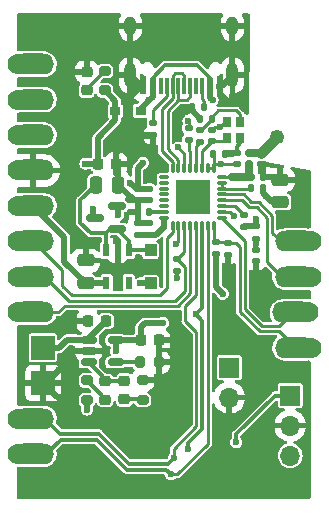
<source format=gbl>
G04 #@! TF.GenerationSoftware,KiCad,Pcbnew,7.0.2*
G04 #@! TF.CreationDate,2023-08-11T05:28:22+05:00*
G04 #@! TF.ProjectId,Adafruit QT Py ESP32-C3,41646166-7275-4697-9420-515420507920,rev?*
G04 #@! TF.SameCoordinates,Original*
G04 #@! TF.FileFunction,Copper,L2,Bot*
G04 #@! TF.FilePolarity,Positive*
%FSLAX46Y46*%
G04 Gerber Fmt 4.6, Leading zero omitted, Abs format (unit mm)*
G04 Created by KiCad (PCBNEW 7.0.2) date 2023-08-11 05:28:22*
%MOMM*%
%LPD*%
G01*
G04 APERTURE LIST*
G04 Aperture macros list*
%AMRoundRect*
0 Rectangle with rounded corners*
0 $1 Rounding radius*
0 $2 $3 $4 $5 $6 $7 $8 $9 X,Y pos of 4 corners*
0 Add a 4 corners polygon primitive as box body*
4,1,4,$2,$3,$4,$5,$6,$7,$8,$9,$2,$3,0*
0 Add four circle primitives for the rounded corners*
1,1,$1+$1,$2,$3*
1,1,$1+$1,$4,$5*
1,1,$1+$1,$6,$7*
1,1,$1+$1,$8,$9*
0 Add four rect primitives between the rounded corners*
20,1,$1+$1,$2,$3,$4,$5,0*
20,1,$1+$1,$4,$5,$6,$7,0*
20,1,$1+$1,$6,$7,$8,$9,0*
20,1,$1+$1,$8,$9,$2,$3,0*%
G04 Aperture macros list end*
G04 #@! TA.AperFunction,ComponentPad*
%ADD10O,3.556000X1.778000*%
G04 #@! TD*
G04 #@! TA.AperFunction,ComponentPad*
%ADD11C,1.778000*%
G04 #@! TD*
G04 #@! TA.AperFunction,ComponentPad*
%ADD12R,1.700000X1.700000*%
G04 #@! TD*
G04 #@! TA.AperFunction,ComponentPad*
%ADD13O,1.700000X1.700000*%
G04 #@! TD*
G04 #@! TA.AperFunction,SMDPad,CuDef*
%ADD14RoundRect,0.250000X-0.475000X0.250000X-0.475000X-0.250000X0.475000X-0.250000X0.475000X0.250000X0*%
G04 #@! TD*
G04 #@! TA.AperFunction,SMDPad,CuDef*
%ADD15RoundRect,0.140000X-0.170000X0.140000X-0.170000X-0.140000X0.170000X-0.140000X0.170000X0.140000X0*%
G04 #@! TD*
G04 #@! TA.AperFunction,SMDPad,CuDef*
%ADD16RoundRect,0.033750X-0.371250X-0.101250X0.371250X-0.101250X0.371250X0.101250X-0.371250X0.101250X0*%
G04 #@! TD*
G04 #@! TA.AperFunction,SMDPad,CuDef*
%ADD17RoundRect,0.033750X-0.101250X-0.371250X0.101250X-0.371250X0.101250X0.371250X-0.101250X0.371250X0*%
G04 #@! TD*
G04 #@! TA.AperFunction,SMDPad,CuDef*
%ADD18R,3.000000X3.000000*%
G04 #@! TD*
G04 #@! TA.AperFunction,SMDPad,CuDef*
%ADD19RoundRect,0.135000X0.185000X-0.135000X0.185000X0.135000X-0.185000X0.135000X-0.185000X-0.135000X0*%
G04 #@! TD*
G04 #@! TA.AperFunction,SMDPad,CuDef*
%ADD20RoundRect,0.140000X-0.140000X-0.170000X0.140000X-0.170000X0.140000X0.170000X-0.140000X0.170000X0*%
G04 #@! TD*
G04 #@! TA.AperFunction,SMDPad,CuDef*
%ADD21RoundRect,0.140000X0.170000X-0.140000X0.170000X0.140000X-0.170000X0.140000X-0.170000X-0.140000X0*%
G04 #@! TD*
G04 #@! TA.AperFunction,SMDPad,CuDef*
%ADD22RoundRect,0.225000X-0.225000X-0.250000X0.225000X-0.250000X0.225000X0.250000X-0.225000X0.250000X0*%
G04 #@! TD*
G04 #@! TA.AperFunction,SMDPad,CuDef*
%ADD23RoundRect,0.135000X-0.185000X0.135000X-0.185000X-0.135000X0.185000X-0.135000X0.185000X0.135000X0*%
G04 #@! TD*
G04 #@! TA.AperFunction,SMDPad,CuDef*
%ADD24RoundRect,0.135000X0.135000X0.185000X-0.135000X0.185000X-0.135000X-0.185000X0.135000X-0.185000X0*%
G04 #@! TD*
G04 #@! TA.AperFunction,SMDPad,CuDef*
%ADD25R,2.000000X2.000000*%
G04 #@! TD*
G04 #@! TA.AperFunction,SMDPad,CuDef*
%ADD26RoundRect,0.200000X-0.275000X0.200000X-0.275000X-0.200000X0.275000X-0.200000X0.275000X0.200000X0*%
G04 #@! TD*
G04 #@! TA.AperFunction,SMDPad,CuDef*
%ADD27RoundRect,0.150000X-0.512500X-0.150000X0.512500X-0.150000X0.512500X0.150000X-0.512500X0.150000X0*%
G04 #@! TD*
G04 #@! TA.AperFunction,SMDPad,CuDef*
%ADD28RoundRect,0.250000X-0.250000X-0.475000X0.250000X-0.475000X0.250000X0.475000X-0.250000X0.475000X0*%
G04 #@! TD*
G04 #@! TA.AperFunction,SMDPad,CuDef*
%ADD29RoundRect,0.225000X0.225000X0.250000X-0.225000X0.250000X-0.225000X-0.250000X0.225000X-0.250000X0*%
G04 #@! TD*
G04 #@! TA.AperFunction,SMDPad,CuDef*
%ADD30R,0.800000X0.900000*%
G04 #@! TD*
G04 #@! TA.AperFunction,SMDPad,CuDef*
%ADD31R,0.600000X1.450000*%
G04 #@! TD*
G04 #@! TA.AperFunction,SMDPad,CuDef*
%ADD32R,0.300000X1.450000*%
G04 #@! TD*
G04 #@! TA.AperFunction,ComponentPad*
%ADD33O,1.000000X1.600000*%
G04 #@! TD*
G04 #@! TA.AperFunction,ComponentPad*
%ADD34O,1.000000X2.100000*%
G04 #@! TD*
G04 #@! TA.AperFunction,SMDPad,CuDef*
%ADD35RoundRect,0.147500X0.147500X0.172500X-0.147500X0.172500X-0.147500X-0.172500X0.147500X-0.172500X0*%
G04 #@! TD*
G04 #@! TA.AperFunction,SMDPad,CuDef*
%ADD36R,0.622000X1.105000*%
G04 #@! TD*
G04 #@! TA.AperFunction,SMDPad,CuDef*
%ADD37RoundRect,0.200000X0.200000X0.275000X-0.200000X0.275000X-0.200000X-0.275000X0.200000X-0.275000X0*%
G04 #@! TD*
G04 #@! TA.AperFunction,SMDPad,CuDef*
%ADD38RoundRect,0.218750X0.256250X-0.218750X0.256250X0.218750X-0.256250X0.218750X-0.256250X-0.218750X0*%
G04 #@! TD*
G04 #@! TA.AperFunction,SMDPad,CuDef*
%ADD39RoundRect,0.250000X-0.300000X0.300000X-0.300000X-0.300000X0.300000X-0.300000X0.300000X0.300000X0*%
G04 #@! TD*
G04 #@! TA.AperFunction,SMDPad,CuDef*
%ADD40RoundRect,0.250000X0.475000X-0.250000X0.475000X0.250000X-0.475000X0.250000X-0.475000X-0.250000X0*%
G04 #@! TD*
G04 #@! TA.AperFunction,SMDPad,CuDef*
%ADD41RoundRect,0.140000X0.140000X0.170000X-0.140000X0.170000X-0.140000X-0.170000X0.140000X-0.170000X0*%
G04 #@! TD*
G04 #@! TA.AperFunction,SMDPad,CuDef*
%ADD42RoundRect,0.147500X0.172500X-0.147500X0.172500X0.147500X-0.172500X0.147500X-0.172500X-0.147500X0*%
G04 #@! TD*
G04 #@! TA.AperFunction,SMDPad,CuDef*
%ADD43RoundRect,0.218750X-0.256250X0.218750X-0.256250X-0.218750X0.256250X-0.218750X0.256250X0.218750X0*%
G04 #@! TD*
G04 #@! TA.AperFunction,SMDPad,CuDef*
%ADD44RoundRect,0.150000X0.587500X0.150000X-0.587500X0.150000X-0.587500X-0.150000X0.587500X-0.150000X0*%
G04 #@! TD*
G04 #@! TA.AperFunction,SMDPad,CuDef*
%ADD45R,0.900000X0.800000*%
G04 #@! TD*
G04 #@! TA.AperFunction,ViaPad*
%ADD46C,0.600000*%
G04 #@! TD*
G04 #@! TA.AperFunction,ViaPad*
%ADD47C,1.250000*%
G04 #@! TD*
G04 #@! TA.AperFunction,Conductor*
%ADD48C,0.500000*%
G04 #@! TD*
G04 #@! TA.AperFunction,Conductor*
%ADD49C,0.254000*%
G04 #@! TD*
G04 #@! TA.AperFunction,Conductor*
%ADD50C,0.300000*%
G04 #@! TD*
G04 #@! TA.AperFunction,Conductor*
%ADD51C,0.279400*%
G04 #@! TD*
G04 #@! TA.AperFunction,Conductor*
%ADD52C,0.700000*%
G04 #@! TD*
G04 #@! TA.AperFunction,Conductor*
%ADD53C,0.900000*%
G04 #@! TD*
G04 APERTURE END LIST*
D10*
G04 #@! TO.P,J7,1,Pin_1*
G04 #@! TO.N,SDA*
X135950000Y-132000000D03*
D11*
X134680000Y-132000000D03*
G04 #@! TD*
G04 #@! TO.P,J3,1,Pin_1*
G04 #@! TO.N,/A0*
X159428500Y-123000000D03*
D10*
X158158500Y-123000000D03*
G04 #@! TD*
D11*
G04 #@! TO.P,J6,1,Pin_1*
G04 #@! TO.N,/A3*
X159418500Y-114000000D03*
D10*
X158148500Y-114000000D03*
G04 #@! TD*
D11*
G04 #@! TO.P,J5,1,Pin_1*
G04 #@! TO.N,/A2*
X159418500Y-117000000D03*
D10*
X158148500Y-117000000D03*
G04 #@! TD*
D11*
G04 #@! TO.P,J10,1,Pin_1*
G04 #@! TO.N,+5V*
X134680000Y-105000000D03*
D10*
X135950000Y-105000000D03*
G04 #@! TD*
D11*
G04 #@! TO.P,J9,1,Pin_1*
G04 #@! TO.N,/TX*
X134680000Y-102000000D03*
D10*
X135950000Y-102000000D03*
G04 #@! TD*
D11*
G04 #@! TO.P,J16,1,Pin_1*
G04 #@! TO.N,/NEOPIX{slash}RX*
X134680000Y-99000000D03*
D10*
X135950000Y-99000000D03*
G04 #@! TD*
D11*
G04 #@! TO.P,J15,1,Pin_1*
G04 #@! TO.N,/SCK*
X134680000Y-114000000D03*
D10*
X135950000Y-114000000D03*
G04 #@! TD*
D11*
G04 #@! TO.P,J12,1,Pin_1*
G04 #@! TO.N,3.3V*
X134680000Y-111000000D03*
D10*
X135950000Y-111000000D03*
G04 #@! TD*
D12*
G04 #@! TO.P,BZ1,1,-*
G04 #@! TO.N,/A2*
X152540000Y-124685000D03*
D13*
G04 #@! TO.P,BZ1,2,+*
G04 #@! TO.N,GND*
X152540000Y-127225000D03*
G04 #@! TD*
D11*
G04 #@! TO.P,J8,1,Pin_1*
G04 #@! TO.N,SCL*
X134680000Y-129000000D03*
D10*
X135950000Y-129000000D03*
G04 #@! TD*
G04 #@! TO.P,J13,1,Pin_1*
G04 #@! TO.N,/MOSI*
X135950000Y-120000000D03*
D11*
X134680000Y-120000000D03*
G04 #@! TD*
G04 #@! TO.P,J4,1,Pin_1*
G04 #@! TO.N,/A1*
X159209000Y-120000000D03*
D10*
X157939000Y-120000000D03*
G04 #@! TD*
D11*
G04 #@! TO.P,J11,1,Pin_1*
G04 #@! TO.N,GND*
X134680000Y-108000000D03*
D10*
X135950000Y-108000000D03*
G04 #@! TD*
D13*
G04 #@! TO.P,J17,3,Pin_3*
G04 #@! TO.N,/A1*
X157700000Y-132135000D03*
G04 #@! TO.P,J17,2,Pin_2*
G04 #@! TO.N,GND*
X157700000Y-129595000D03*
D12*
G04 #@! TO.P,J17,1,Pin_1*
G04 #@! TO.N,3.3V*
X157700000Y-127055000D03*
G04 #@! TD*
D11*
G04 #@! TO.P,J14,1,Pin_1*
G04 #@! TO.N,/MISO*
X134680000Y-117000000D03*
D10*
X135950000Y-117000000D03*
G04 #@! TD*
D14*
G04 #@! TO.P,C8,1*
G04 #@! TO.N,GND*
X140390000Y-115620000D03*
G04 #@! TO.P,C8,2*
G04 #@! TO.N,3.3V*
X140390000Y-117520000D03*
G04 #@! TD*
D15*
G04 #@! TO.P,C9,1,1*
G04 #@! TO.N,Net-(X1-P$1)*
X155190000Y-106520000D03*
G04 #@! TO.P,C9,2,2*
G04 #@! TO.N,GND*
X155190000Y-107480000D03*
G04 #@! TD*
D16*
G04 #@! TO.P,U2,1,LNA_IN*
G04 #@! TO.N,/LNA*
X151940000Y-108530000D03*
G04 #@! TO.P,U2,2,VDD3P3*
G04 #@! TO.N,/VDD3P3*
X151940000Y-109030000D03*
G04 #@! TO.P,U2,3,VDD3P3*
X151940000Y-109530000D03*
G04 #@! TO.P,U2,4,GPIO0/XTAL_32K+*
G04 #@! TO.N,/A3*
X151940000Y-110030000D03*
G04 #@! TO.P,U2,5,GPIO1/XTAL_32K-*
G04 #@! TO.N,/A2*
X151940000Y-110530000D03*
G04 #@! TO.P,U2,6,GPIO2*
G04 #@! TO.N,Net-(U2-GPIO2)*
X151940000Y-111030000D03*
G04 #@! TO.P,U2,7,CHIP_EN*
G04 #@! TO.N,/~{RESET}*
X151940000Y-111530000D03*
G04 #@! TO.P,U2,8,GPIO3*
G04 #@! TO.N,/A1*
X151940000Y-112030000D03*
D17*
G04 #@! TO.P,U2,9,MTMS/GPIO4*
G04 #@! TO.N,/A0*
X151240000Y-112730000D03*
G04 #@! TO.P,U2,10,MTDI/GPIO5*
G04 #@! TO.N,SDA*
X150740000Y-112730000D03*
G04 #@! TO.P,U2,11,VDD3P3_RTC*
G04 #@! TO.N,3.3V*
X150240000Y-112730000D03*
G04 #@! TO.P,U2,12,MTCK/GPIO6*
G04 #@! TO.N,SCL*
X149740000Y-112730000D03*
G04 #@! TO.P,U2,13,MTDO/GPIO7*
G04 #@! TO.N,/MOSI*
X149240000Y-112730000D03*
G04 #@! TO.P,U2,14,GPIO8*
G04 #@! TO.N,/MISO*
X148740000Y-112730000D03*
G04 #@! TO.P,U2,15,BOOT/GPIO9*
G04 #@! TO.N,/BOOT*
X148240000Y-112730000D03*
G04 #@! TO.P,U2,16,GPIO10*
G04 #@! TO.N,/SCK*
X147740000Y-112730000D03*
D16*
G04 #@! TO.P,U2,17,VDD3P3_CPU*
G04 #@! TO.N,3.3V*
X147040000Y-112030000D03*
G04 #@! TO.P,U2,18,VDD_SPI*
G04 #@! TO.N,/VDD_SPI*
X147040000Y-111530000D03*
G04 #@! TO.P,U2,19,SPIHD*
G04 #@! TO.N,unconnected-(U2-SPIHD-Pad19)*
X147040000Y-111030000D03*
G04 #@! TO.P,U2,20,SPIWP*
G04 #@! TO.N,unconnected-(U2-SPIWP-Pad20)*
X147040000Y-110530000D03*
G04 #@! TO.P,U2,21,SPICS0*
G04 #@! TO.N,unconnected-(U2-SPICS0-Pad21)*
X147040000Y-110030000D03*
G04 #@! TO.P,U2,22,SPICLK*
G04 #@! TO.N,unconnected-(U2-SPICLK-Pad22)*
X147040000Y-109530000D03*
G04 #@! TO.P,U2,23,SPID*
G04 #@! TO.N,unconnected-(U2-SPID-Pad23)*
X147040000Y-109030000D03*
G04 #@! TO.P,U2,24,SPIQ*
G04 #@! TO.N,unconnected-(U2-SPIQ-Pad24)*
X147040000Y-108530000D03*
D17*
G04 #@! TO.P,U2,25,GPIO18*
G04 #@! TO.N,DN*
X147740000Y-107830000D03*
G04 #@! TO.P,U2,26,GPIO19*
G04 #@! TO.N,DP*
X148240000Y-107830000D03*
G04 #@! TO.P,U2,27,U0RXD/GPIO20*
G04 #@! TO.N,/NEOPIX{slash}RX*
X148740000Y-107830000D03*
G04 #@! TO.P,U2,28,U0TXD/GPIO21*
G04 #@! TO.N,Net-(U2-U0TXD{slash}GPIO21)*
X149240000Y-107830000D03*
G04 #@! TO.P,U2,29,XTAL_N*
G04 #@! TO.N,Net-(U2-XTAL_N)*
X149740000Y-107830000D03*
G04 #@! TO.P,U2,30,XTAL_P*
G04 #@! TO.N,Net-(U2-XTAL_P)*
X150240000Y-107830000D03*
G04 #@! TO.P,U2,31,VDDA*
G04 #@! TO.N,3.3V*
X150740000Y-107830000D03*
G04 #@! TO.P,U2,32,VDDA*
X151240000Y-107830000D03*
D18*
G04 #@! TO.P,U2,33,GND*
G04 #@! TO.N,GND*
X149490000Y-110280000D03*
G04 #@! TD*
D19*
G04 #@! TO.P,R4,1,1*
G04 #@! TO.N,Net-(U2-U0TXD{slash}GPIO21)*
X149090000Y-105410000D03*
G04 #@! TO.P,R4,2,2*
G04 #@! TO.N,/TX*
X149090000Y-104390000D03*
G04 #@! TD*
D20*
G04 #@! TO.P,C7,1,1*
G04 #@! TO.N,/LNA*
X154420000Y-108520000D03*
G04 #@! TO.P,C7,2,2*
G04 #@! TO.N,GND*
X155380000Y-108520000D03*
G04 #@! TD*
D21*
G04 #@! TO.P,C17,1,1*
G04 #@! TO.N,Net-(U2-XTAL_P)*
X151090000Y-105540000D03*
G04 #@! TO.P,C17,2,2*
G04 #@! TO.N,GND*
X151090000Y-104580000D03*
G04 #@! TD*
D22*
G04 #@! TO.P,C25,1*
G04 #@! TO.N,+BATT*
X142112500Y-120750000D03*
G04 #@! TO.P,C25,2*
G04 #@! TO.N,GND*
X140562500Y-120750000D03*
G04 #@! TD*
D23*
G04 #@! TO.P,R21,1*
G04 #@! TO.N,/A0*
X152460000Y-114100000D03*
G04 #@! TO.P,R21,2*
G04 #@! TO.N,GND*
X152460000Y-115120000D03*
G04 #@! TD*
D24*
G04 #@! TO.P,R5,1*
G04 #@! TO.N,Net-(USB1-CC2)*
X150390000Y-102620000D03*
G04 #@! TO.P,R5,2*
G04 #@! TO.N,GND*
X149370000Y-102620000D03*
G04 #@! TD*
D25*
G04 #@! TO.P,J2,1,Pin_1*
G04 #@! TO.N,GND*
X136780000Y-126000000D03*
G04 #@! TD*
D26*
G04 #@! TO.P,R14,1*
G04 #@! TO.N,+5V*
X140490000Y-127425000D03*
G04 #@! TO.P,R14,2*
G04 #@! TO.N,Net-(P1-A)*
X140490000Y-125775000D03*
G04 #@! TD*
D21*
G04 #@! TO.P,C15,1,1*
G04 #@! TO.N,3.3V*
X144780000Y-113440000D03*
G04 #@! TO.P,C15,2,2*
G04 #@! TO.N,GND*
X144780000Y-112480000D03*
G04 #@! TD*
D19*
G04 #@! TO.P,R7,1,1*
G04 #@! TO.N,3.3V*
X148130000Y-116520000D03*
G04 #@! TO.P,R7,2,2*
G04 #@! TO.N,/MISO*
X148130000Y-115500000D03*
G04 #@! TD*
D27*
G04 #@! TO.P,U5,1,STAT*
G04 #@! TO.N,Net-(P1-K)*
X140640000Y-124250000D03*
G04 #@! TO.P,U5,2,V_{SS}*
G04 #@! TO.N,GND*
X140640000Y-123300000D03*
G04 #@! TO.P,U5,3,V_{BAT}*
G04 #@! TO.N,+BATT*
X140640000Y-122350000D03*
G04 #@! TO.P,U5,4,V_{DD}*
G04 #@! TO.N,+5V*
X142915000Y-122350000D03*
G04 #@! TO.P,U5,5,PROG*
G04 #@! TO.N,Net-(U5-PROG)*
X142915000Y-124250000D03*
G04 #@! TD*
D28*
G04 #@! TO.P,C1,1*
G04 #@! TO.N,Net-(D1-K)*
X141230000Y-109210000D03*
G04 #@! TO.P,C1,2*
G04 #@! TO.N,GND*
X143130000Y-109210000D03*
G04 #@! TD*
D29*
G04 #@! TO.P,R9,1*
G04 #@! TO.N,+5V*
X141405000Y-107430000D03*
G04 #@! TO.P,R9,2*
G04 #@! TO.N,GND*
X142955000Y-107430000D03*
G04 #@! TD*
D26*
G04 #@! TO.P,R19,1*
G04 #@! TO.N,+5V*
X142000000Y-101225000D03*
G04 #@! TO.P,R19,2*
G04 #@! TO.N,Net-(Green2-A)*
X142000000Y-99575000D03*
G04 #@! TD*
D23*
G04 #@! TO.P,R1,1,1*
G04 #@! TO.N,3.3V*
X154820000Y-112740000D03*
G04 #@! TO.P,R1,2,2*
G04 #@! TO.N,/~{RESET}*
X154820000Y-113760000D03*
G04 #@! TD*
D30*
G04 #@! TO.P,Y1,1,1*
G04 #@! TO.N,Net-(U2-XTAL_P)*
X152370000Y-105270000D03*
G04 #@! TO.P,Y1,2,2*
G04 #@! TO.N,GND*
X152370000Y-103870000D03*
G04 #@! TO.P,Y1,3,3*
G04 #@! TO.N,Net-(C18-Pad1)*
X153470000Y-103870000D03*
G04 #@! TO.P,Y1,4,4*
G04 #@! TO.N,GND*
X153470000Y-105270000D03*
G04 #@! TD*
D20*
G04 #@! TO.P,C10,1,1*
G04 #@! TO.N,3.3V*
X151190000Y-106570000D03*
G04 #@! TO.P,C10,2,2*
G04 #@! TO.N,GND*
X152150000Y-106570000D03*
G04 #@! TD*
D31*
G04 #@! TO.P,USB1,A1,GND*
G04 #@! TO.N,GND*
X145240000Y-100860000D03*
G04 #@! TO.P,USB1,A4,VBUS*
G04 #@! TO.N,VBUS*
X146040000Y-100860000D03*
D32*
G04 #@! TO.P,USB1,A5,CC1*
G04 #@! TO.N,Net-(USB1-CC1)*
X147240000Y-100860000D03*
G04 #@! TO.P,USB1,A6,D+*
G04 #@! TO.N,DP*
X148240000Y-100860000D03*
G04 #@! TO.P,USB1,A7,D-*
G04 #@! TO.N,DN*
X148740000Y-100860000D03*
G04 #@! TO.P,USB1,A8,SBU1*
G04 #@! TO.N,unconnected-(USB1-SBU1-PadA8)*
X149740000Y-100860000D03*
D31*
G04 #@! TO.P,USB1,A9,VBUS*
G04 #@! TO.N,VBUS*
X150940000Y-100860000D03*
G04 #@! TO.P,USB1,A12,GND*
G04 #@! TO.N,GND*
X151740000Y-100860000D03*
G04 #@! TO.P,USB1,B1,GND*
X151740000Y-100860000D03*
G04 #@! TO.P,USB1,B4,VBUS*
G04 #@! TO.N,VBUS*
X150940000Y-100860000D03*
D32*
G04 #@! TO.P,USB1,B5,CC2*
G04 #@! TO.N,Net-(USB1-CC2)*
X150240000Y-100860000D03*
G04 #@! TO.P,USB1,B6,D+*
G04 #@! TO.N,DP*
X149240000Y-100860000D03*
G04 #@! TO.P,USB1,B7,D-*
G04 #@! TO.N,DN*
X147740000Y-100860000D03*
G04 #@! TO.P,USB1,B8,SBU2*
G04 #@! TO.N,unconnected-(USB1-SBU2-PadB8)*
X146740000Y-100860000D03*
D31*
G04 #@! TO.P,USB1,B9,VBUS*
G04 #@! TO.N,VBUS*
X146040000Y-100860000D03*
G04 #@! TO.P,USB1,B12,GND*
G04 #@! TO.N,GND*
X145240000Y-100860000D03*
D33*
G04 #@! TO.P,USB1,S1,SHIELD*
X144170000Y-95765000D03*
D34*
X144170000Y-99945000D03*
D33*
X152810000Y-95765000D03*
D34*
X152810000Y-99945000D03*
G04 #@! TD*
D35*
G04 #@! TO.P,L1,1,1*
G04 #@! TO.N,3.3V*
X155385000Y-109520000D03*
G04 #@! TO.P,L1,2,2*
G04 #@! TO.N,/VDD3P3*
X154415000Y-109520000D03*
G04 #@! TD*
D19*
G04 #@! TO.P,R2,1,1*
G04 #@! TO.N,3.3V*
X153760000Y-112750000D03*
G04 #@! TO.P,R2,2,2*
G04 #@! TO.N,Net-(U2-GPIO2)*
X153760000Y-111730000D03*
G04 #@! TD*
D36*
G04 #@! TO.P,U1,1,VIN*
G04 #@! TO.N,Net-(D1-K)*
X142117252Y-114753000D03*
G04 #@! TO.P,U1,2,GND*
G04 #@! TO.N,GND*
X143083252Y-114753000D03*
G04 #@! TO.P,U1,3,EN*
G04 #@! TO.N,Net-(D1-K)*
X144023252Y-114753000D03*
G04 #@! TO.P,U1,4,NC*
G04 #@! TO.N,unconnected-(U1-NC-Pad4)*
X144023252Y-117547000D03*
G04 #@! TO.P,U1,5,VOUT*
G04 #@! TO.N,3.3V*
X142143252Y-117547000D03*
G04 #@! TD*
D21*
G04 #@! TO.P,C16,1,1*
G04 #@! TO.N,3.3V*
X145770000Y-113440000D03*
G04 #@! TO.P,C16,2,2*
G04 #@! TO.N,GND*
X145770000Y-112480000D03*
G04 #@! TD*
D37*
G04 #@! TO.P,R13,1*
G04 #@! TO.N,Net-(U5-PROG)*
X144955000Y-124230000D03*
G04 #@! TO.P,R13,2*
G04 #@! TO.N,GND*
X146605000Y-124230000D03*
G04 #@! TD*
D38*
G04 #@! TO.P,P2,1,K*
G04 #@! TO.N,Net-(P2-K)*
X143640000Y-127367500D03*
G04 #@! TO.P,P2,2,A*
G04 #@! TO.N,Net-(P1-K)*
X143640000Y-125792500D03*
G04 #@! TD*
D25*
G04 #@! TO.P,J1,1,Pin_1*
G04 #@! TO.N,+BATT*
X136750000Y-123000000D03*
G04 #@! TD*
D15*
G04 #@! TO.P,C2,1,1*
G04 #@! TO.N,3.3V*
X145770000Y-109580000D03*
G04 #@! TO.P,C2,2,2*
G04 #@! TO.N,GND*
X145770000Y-110540000D03*
G04 #@! TD*
D39*
G04 #@! TO.P,D1,1,K*
G04 #@! TO.N,Net-(D1-K)*
X145870000Y-114762500D03*
G04 #@! TO.P,D1,2,A*
G04 #@! TO.N,+5V*
X145870000Y-117562500D03*
G04 #@! TD*
D21*
G04 #@! TO.P,C14,1,1*
G04 #@! TO.N,3.3V*
X153160000Y-107480000D03*
G04 #@! TO.P,C14,2,2*
G04 #@! TO.N,GND*
X153160000Y-106520000D03*
G04 #@! TD*
D40*
G04 #@! TO.P,C6,1,1*
G04 #@! TO.N,3.3V*
X156870000Y-110680000D03*
G04 #@! TO.P,C6,2,2*
G04 #@! TO.N,GND*
X156870000Y-108780000D03*
G04 #@! TD*
D23*
G04 #@! TO.P,R6,1*
G04 #@! TO.N,Net-(USB1-CC1)*
X146090000Y-104000000D03*
G04 #@! TO.P,R6,2*
G04 #@! TO.N,GND*
X146090000Y-105020000D03*
G04 #@! TD*
D41*
G04 #@! TO.P,C11,1,1*
G04 #@! TO.N,/VDD_SPI*
X145780000Y-111520000D03*
G04 #@! TO.P,C11,2,2*
G04 #@! TO.N,GND*
X144820000Y-111520000D03*
G04 #@! TD*
D26*
G04 #@! TO.P,R15,1*
G04 #@! TO.N,Net-(P2-K)*
X145210000Y-127425000D03*
G04 #@! TO.P,R15,2*
G04 #@! TO.N,GND*
X145210000Y-125775000D03*
G04 #@! TD*
D41*
G04 #@! TO.P,C18,1,1*
G04 #@! TO.N,Net-(C18-Pad1)*
X151040000Y-103610000D03*
G04 #@! TO.P,C18,2,2*
G04 #@! TO.N,GND*
X150080000Y-103610000D03*
G04 #@! TD*
D42*
G04 #@! TO.P,L2,1,1*
G04 #@! TO.N,/LNA*
X154170000Y-107485000D03*
G04 #@! TO.P,L2,2,2*
G04 #@! TO.N,Net-(X1-P$1)*
X154170000Y-106515000D03*
G04 #@! TD*
D23*
G04 #@! TO.P,R20,1*
G04 #@! TO.N,/A0*
X151440000Y-114080000D03*
G04 #@! TO.P,R20,2*
G04 #@! TO.N,+BATT*
X151440000Y-115100000D03*
G04 #@! TD*
D43*
G04 #@! TO.P,Green2,1,K*
G04 #@! TO.N,GND*
X140460000Y-99632500D03*
G04 #@! TO.P,Green2,2,A*
G04 #@! TO.N,Net-(Green2-A)*
X140460000Y-101207500D03*
G04 #@! TD*
D15*
G04 #@! TO.P,C3,1,1*
G04 #@! TO.N,/~{RESET}*
X154820000Y-114730000D03*
G04 #@! TO.P,C3,2,2*
G04 #@! TO.N,GND*
X154820000Y-115690000D03*
G04 #@! TD*
D44*
G04 #@! TO.P,Q4,1,G*
G04 #@! TO.N,+5V*
X143030000Y-111040000D03*
G04 #@! TO.P,Q4,2,S*
G04 #@! TO.N,Net-(D1-K)*
X143030000Y-112940000D03*
G04 #@! TO.P,Q4,3,D*
G04 #@! TO.N,+BATT*
X141155000Y-111990000D03*
G04 #@! TD*
D23*
G04 #@! TO.P,R3,1,1*
G04 #@! TO.N,Net-(C18-Pad1)*
X150090000Y-104550000D03*
G04 #@! TO.P,R3,2,2*
G04 #@! TO.N,Net-(U2-XTAL_N)*
X150090000Y-105570000D03*
G04 #@! TD*
D15*
G04 #@! TO.P,C4,1,1*
G04 #@! TO.N,3.3V*
X144780000Y-109580000D03*
G04 #@! TO.P,C4,2,2*
G04 #@! TO.N,GND*
X144780000Y-110540000D03*
G04 #@! TD*
D45*
G04 #@! TO.P,D5,A,A*
G04 #@! TO.N,VBUS*
X145040000Y-102960000D03*
G04 #@! TO.P,D5,C,C*
G04 #@! TO.N,+5V*
X142900000Y-102960000D03*
G04 #@! TD*
D43*
G04 #@! TO.P,P1,1,K*
G04 #@! TO.N,Net-(P1-K)*
X142040000Y-125832500D03*
G04 #@! TO.P,P1,2,A*
G04 #@! TO.N,Net-(P1-A)*
X142040000Y-127407500D03*
G04 #@! TD*
D29*
G04 #@! TO.P,C24,1*
G04 #@! TO.N,+5V*
X145045000Y-122380000D03*
G04 #@! TO.P,C24,2*
G04 #@! TO.N,GND*
X146595000Y-122380000D03*
G04 #@! TD*
D46*
G04 #@! TO.N,GND*
X147990000Y-120910000D03*
X147840000Y-127550000D03*
X140920000Y-102370000D03*
X138480000Y-100540000D03*
X138270000Y-106630000D03*
X140330000Y-106180000D03*
X156660000Y-124910000D03*
X146120000Y-128810000D03*
X138760000Y-133820000D03*
X152760000Y-122310000D03*
G04 #@! TO.N,3.3V*
X153115000Y-131015000D03*
G04 #@! TO.N,GND*
X152670000Y-106550000D03*
X153970000Y-135320000D03*
X152480000Y-116290000D03*
X141760000Y-123300000D03*
X139020000Y-97390000D03*
X143720000Y-116330000D03*
X138130000Y-124880000D03*
X147600000Y-128870000D03*
X141580000Y-103180000D03*
X143090000Y-104860000D03*
X151720000Y-104320000D03*
X158540000Y-111970000D03*
X140490000Y-98490000D03*
X148130000Y-123180000D03*
X153020000Y-101780000D03*
X151540000Y-132490000D03*
X144350000Y-105100000D03*
X138250000Y-125970000D03*
X153360000Y-133070000D03*
X139090000Y-124410000D03*
X148300000Y-126140000D03*
X153330000Y-134510000D03*
X147980000Y-105160000D03*
X148460000Y-103040000D03*
X138860000Y-120760000D03*
X138840000Y-104310000D03*
X139580000Y-123300000D03*
X155880000Y-108520000D03*
X145000000Y-104110000D03*
X146510000Y-107660000D03*
X154790000Y-116410000D03*
X152240000Y-102010000D03*
X142965000Y-113955000D03*
X139010000Y-125600000D03*
X146850000Y-127550000D03*
X143200000Y-97920000D03*
X146600000Y-125790000D03*
X152060000Y-97860000D03*
X149490000Y-110280000D03*
X148890000Y-127640000D03*
X140940000Y-96740000D03*
X147980000Y-104050000D03*
X139180000Y-109180000D03*
X143083252Y-115520000D03*
X145630000Y-130170000D03*
X140060000Y-105190000D03*
X138330000Y-127200000D03*
X154240000Y-133860000D03*
X144800000Y-134760000D03*
X158100000Y-108820000D03*
X138730000Y-107800000D03*
X144230000Y-101690000D03*
G04 #@! TO.N,/~{RESET}*
X152920000Y-111880000D03*
X154790000Y-114250000D03*
G04 #@! TO.N,VBUS*
X151130000Y-102020000D03*
X145760000Y-102040000D03*
G04 #@! TO.N,3.3V*
X145260000Y-107350000D03*
X154830000Y-112120000D03*
X155640000Y-110160000D03*
X149680000Y-120170000D03*
X149055000Y-131615000D03*
X148120000Y-117140000D03*
X144170000Y-109020000D03*
X151880000Y-107480000D03*
X146980000Y-112760000D03*
X141430000Y-117547000D03*
D47*
G04 #@! TO.N,Net-(X1-P$1)*
X156575000Y-105125000D03*
D46*
G04 #@! TO.N,+BATT*
X152000000Y-118440000D03*
X139430000Y-122320000D03*
X140960000Y-111270000D03*
G04 #@! TO.N,SDA*
X147590000Y-133740000D03*
G04 #@! TO.N,SCL*
X147830000Y-132380000D03*
G04 #@! TO.N,+5V*
X143100000Y-111780000D03*
X140350000Y-107430000D03*
X146910000Y-120900000D03*
X145010000Y-117550000D03*
X142940000Y-123290000D03*
X140500000Y-128250000D03*
G04 #@! TO.N,/TX*
X149070000Y-103790000D03*
G04 #@! TO.N,/NEOPIX{slash}RX*
X148220000Y-106050000D03*
G04 #@! TO.N,/BOOT*
X148070000Y-114240000D03*
G04 #@! TD*
D48*
G04 #@! TO.N,+5V*
X145045000Y-121255000D02*
X145045000Y-122380000D01*
X146910000Y-120900000D02*
X145400000Y-120900000D01*
X145400000Y-120900000D02*
X145045000Y-121255000D01*
D49*
G04 #@! TO.N,SCL*
X149740000Y-118542052D02*
X149740000Y-112730000D01*
X148823000Y-120723000D02*
X148823000Y-119459052D01*
X148823000Y-119459052D02*
X149740000Y-118542052D01*
X149763000Y-129657000D02*
X149763000Y-121663000D01*
X149763000Y-121663000D02*
X148823000Y-120723000D01*
X147830000Y-132380000D02*
X147830000Y-131590000D01*
X147830000Y-131590000D02*
X149763000Y-129657000D01*
D50*
G04 #@! TO.N,GND*
X146605000Y-123180000D02*
X146595000Y-123170000D01*
X148130000Y-123180000D02*
X146605000Y-123180000D01*
D48*
X146595000Y-123170000D02*
X146595000Y-124220000D01*
X146595000Y-122380000D02*
X146595000Y-123170000D01*
D49*
G04 #@! TO.N,/SCK*
X138370000Y-116420000D02*
X135950000Y-114000000D01*
X146648000Y-118572000D02*
X139182000Y-118572000D01*
X138370000Y-117760000D02*
X138370000Y-116420000D01*
X147280000Y-117940000D02*
X146648000Y-118572000D01*
X147280000Y-113710000D02*
X147280000Y-117940000D01*
X139182000Y-118572000D02*
X138370000Y-117760000D01*
X147740000Y-113250000D02*
X147280000Y-113710000D01*
X147740000Y-112730000D02*
X147740000Y-113250000D01*
G04 #@! TO.N,/A3*
X156900000Y-114000000D02*
X158148500Y-114000000D01*
X156184000Y-111824000D02*
X156184000Y-113284000D01*
X155040000Y-110680000D02*
X156184000Y-111824000D01*
X154402052Y-110680000D02*
X155040000Y-110680000D01*
X153752052Y-110030000D02*
X154402052Y-110680000D01*
X156184000Y-113284000D02*
X156900000Y-114000000D01*
X151940000Y-110030000D02*
X153752052Y-110030000D01*
G04 #@! TO.N,SDA*
X148120000Y-133740000D02*
X147590000Y-133740000D01*
X150740000Y-131120000D02*
X148120000Y-133740000D01*
X150740000Y-112730000D02*
X150740000Y-131120000D01*
D50*
G04 #@! TO.N,3.3V*
X149055000Y-131039580D02*
X150240000Y-129854580D01*
X149055000Y-131615000D02*
X149055000Y-131039580D01*
X150240000Y-129854580D02*
X150240000Y-120730000D01*
X150240000Y-120730000D02*
X149680000Y-120170000D01*
G04 #@! TO.N,SCL*
X147390000Y-132820000D02*
X147830000Y-132380000D01*
X141510000Y-130280000D02*
X144050000Y-132820000D01*
X136950000Y-129000000D02*
X138230000Y-130280000D01*
X138230000Y-130280000D02*
X141510000Y-130280000D01*
X144050000Y-132820000D02*
X147390000Y-132820000D01*
X135950000Y-129000000D02*
X136950000Y-129000000D01*
G04 #@! TO.N,SDA*
X137060000Y-132000000D02*
X135950000Y-132000000D01*
X141302894Y-130780000D02*
X138280000Y-130780000D01*
X138280000Y-130780000D02*
X137060000Y-132000000D01*
X143842893Y-133320000D02*
X141302894Y-130780000D01*
X147170000Y-133320000D02*
X143842893Y-133320000D01*
X147590000Y-133740000D02*
X147170000Y-133320000D01*
D49*
G04 #@! TO.N,/A0*
X153426000Y-114446000D02*
X153426000Y-119948052D01*
X153080000Y-114100000D02*
X153426000Y-114446000D01*
X156782500Y-121624000D02*
X158158500Y-123000000D01*
X152460000Y-114100000D02*
X153080000Y-114100000D01*
X153426000Y-119948052D02*
X155101948Y-121624000D01*
X155101948Y-121624000D02*
X156782500Y-121624000D01*
G04 #@! TO.N,/A1*
X155290000Y-121170000D02*
X156769000Y-121170000D01*
X153880000Y-113970000D02*
X153880000Y-119760000D01*
X153880000Y-119760000D02*
X155290000Y-121170000D01*
X151940000Y-112030000D02*
X153880000Y-113970000D01*
X156769000Y-121170000D02*
X157939000Y-120000000D01*
D50*
G04 #@! TO.N,3.3V*
X153115000Y-130335000D02*
X156395000Y-127055000D01*
X153115000Y-131015000D02*
X153115000Y-130335000D01*
X156395000Y-127055000D02*
X157700000Y-127055000D01*
G04 #@! TO.N,GND*
X153360000Y-132470000D02*
X153360000Y-133070000D01*
X156235000Y-129595000D02*
X153360000Y-132470000D01*
X157700000Y-129595000D02*
X156235000Y-129595000D01*
D48*
X147980000Y-104050000D02*
X147980000Y-105160000D01*
X147980000Y-103520000D02*
X147980000Y-104050000D01*
X148460000Y-103040000D02*
X147980000Y-103520000D01*
X149370000Y-102900000D02*
X150080000Y-103610000D01*
X149370000Y-102620000D02*
X149370000Y-102900000D01*
D49*
G04 #@! TO.N,Net-(USB1-CC2)*
X150370000Y-102120000D02*
X150370000Y-102600000D01*
X150370000Y-102600000D02*
X150390000Y-102620000D01*
X150240000Y-101990000D02*
X150370000Y-102120000D01*
X150240000Y-100860000D02*
X150240000Y-101990000D01*
D48*
G04 #@! TO.N,GND*
X148930000Y-103040000D02*
X149360000Y-102610000D01*
X148460000Y-103040000D02*
X148930000Y-103040000D01*
D51*
G04 #@! TO.N,DP*
X148922026Y-102047974D02*
X149240000Y-101730000D01*
X148240000Y-102047974D02*
X148922026Y-102047974D01*
X149240000Y-101730000D02*
X149240000Y-100860000D01*
D48*
G04 #@! TO.N,GND*
X146090000Y-105020000D02*
X146090000Y-106660000D01*
X155380000Y-107670000D02*
X155190000Y-107480000D01*
X144460000Y-110540000D02*
X143130000Y-109210000D01*
X144780000Y-111480000D02*
X144820000Y-111520000D01*
X136780000Y-126000000D02*
X136810000Y-125970000D01*
X146595000Y-124220000D02*
X146605000Y-124230000D01*
X140640000Y-123300000D02*
X141760000Y-123300000D01*
X138870000Y-120750000D02*
X138860000Y-120760000D01*
D49*
X151350000Y-104320000D02*
X151090000Y-104580000D01*
D48*
X144780000Y-112480000D02*
X144780000Y-111560000D01*
X140640000Y-123300000D02*
X139580000Y-123300000D01*
D50*
X154820000Y-115690000D02*
X154820000Y-116380000D01*
X140460000Y-99632500D02*
X140460000Y-98520000D01*
D48*
X146585000Y-125775000D02*
X146600000Y-125790000D01*
D50*
X143083252Y-114073252D02*
X143083252Y-114753000D01*
D48*
X146510000Y-107100000D02*
X146510000Y-107660000D01*
X158060000Y-108780000D02*
X158100000Y-108820000D01*
X144350000Y-105100000D02*
X146010000Y-105100000D01*
D50*
X140460000Y-98520000D02*
X140490000Y-98490000D01*
D48*
X143083252Y-115520000D02*
X143083252Y-114753000D01*
X142955000Y-107430000D02*
X142955000Y-106495000D01*
X144780000Y-111560000D02*
X144820000Y-111520000D01*
X152810000Y-95765000D02*
X152810000Y-97880000D01*
D50*
X152190000Y-106550000D02*
X153130000Y-106550000D01*
D48*
X156870000Y-108780000D02*
X158060000Y-108780000D01*
D50*
X153470000Y-105270000D02*
X153470000Y-105700000D01*
D48*
X145240000Y-100860000D02*
X145060000Y-100860000D01*
X152810000Y-97880000D02*
X152810000Y-99945000D01*
D50*
X152460000Y-115120000D02*
X152460000Y-116270000D01*
D48*
X146090000Y-106660000D02*
X146520000Y-107090000D01*
D50*
X152460000Y-116270000D02*
X152480000Y-116290000D01*
D48*
X151895000Y-100860000D02*
X152810000Y-99945000D01*
X136810000Y-125970000D02*
X138250000Y-125970000D01*
X151740000Y-100860000D02*
X151895000Y-100860000D01*
X146010000Y-105100000D02*
X146090000Y-105020000D01*
D50*
X154820000Y-116380000D02*
X154790000Y-116410000D01*
D49*
X151720000Y-104320000D02*
X152170000Y-103870000D01*
D48*
X152060000Y-97860000D02*
X152790000Y-97860000D01*
D49*
X151720000Y-104320000D02*
X151350000Y-104320000D01*
D50*
X139180000Y-113060000D02*
X139180000Y-109180000D01*
D48*
X144780000Y-110540000D02*
X144460000Y-110540000D01*
X145770000Y-112480000D02*
X144780000Y-112480000D01*
X144170000Y-95765000D02*
X152810000Y-95765000D01*
X137010000Y-126000000D02*
X136780000Y-126000000D01*
X145210000Y-125775000D02*
X146585000Y-125775000D01*
X144170000Y-97960000D02*
X144170000Y-95765000D01*
X156610000Y-108520000D02*
X155380000Y-108520000D01*
X155380000Y-108520000D02*
X155380000Y-107670000D01*
X151740000Y-100860000D02*
X151740000Y-101510000D01*
D50*
X142965000Y-113955000D02*
X143083252Y-114073252D01*
X140390000Y-115620000D02*
X140390000Y-114270000D01*
D48*
X138330000Y-127200000D02*
X137980000Y-127200000D01*
X144170000Y-99945000D02*
X144170000Y-97960000D01*
X152790000Y-97860000D02*
X152810000Y-97880000D01*
D50*
X153470000Y-105700000D02*
X153160000Y-106010000D01*
D48*
X144780000Y-110540000D02*
X144780000Y-111480000D01*
X142955000Y-106495000D02*
X144350000Y-105100000D01*
X146605000Y-124230000D02*
X146605000Y-125785000D01*
D50*
X153130000Y-106550000D02*
X153160000Y-106520000D01*
D48*
X145770000Y-110540000D02*
X144780000Y-110540000D01*
D50*
X153160000Y-106010000D02*
X153160000Y-106520000D01*
D49*
X152170000Y-103870000D02*
X152370000Y-103870000D01*
D48*
X143130000Y-109210000D02*
X143130000Y-107605000D01*
D50*
X140390000Y-114270000D02*
X139180000Y-113060000D01*
D48*
X146605000Y-125785000D02*
X146600000Y-125790000D01*
X138130000Y-124880000D02*
X137010000Y-126000000D01*
X144170000Y-97960000D02*
X143240000Y-97960000D01*
X146520000Y-107090000D02*
X146510000Y-107100000D01*
X140562500Y-120750000D02*
X138870000Y-120750000D01*
X137980000Y-127200000D02*
X136780000Y-126000000D01*
X143130000Y-107605000D02*
X142955000Y-107430000D01*
X145060000Y-100860000D02*
X144230000Y-101690000D01*
X145085000Y-100860000D02*
X144170000Y-99945000D01*
X145240000Y-100860000D02*
X145085000Y-100860000D01*
X143240000Y-97960000D02*
X143200000Y-97920000D01*
X156870000Y-108780000D02*
X156610000Y-108520000D01*
X151740000Y-101510000D02*
X152240000Y-102010000D01*
D49*
G04 #@! TO.N,/~{RESET}*
X154790000Y-113790000D02*
X154820000Y-113760000D01*
X152920000Y-111880000D02*
X152570000Y-111530000D01*
X154790000Y-114250000D02*
X154790000Y-113790000D01*
X154790000Y-114250000D02*
X154790000Y-114700000D01*
X152570000Y-111530000D02*
X151940000Y-111530000D01*
X154790000Y-114700000D02*
X154820000Y-114730000D01*
D50*
G04 #@! TO.N,VBUS*
X146040000Y-100860000D02*
X146040000Y-100160000D01*
D48*
X146040000Y-100860000D02*
X146040000Y-101760000D01*
X146040000Y-101760000D02*
X145760000Y-102040000D01*
D50*
X146040000Y-100160000D02*
X147120000Y-99080000D01*
X150940000Y-100190000D02*
X150940000Y-100860000D01*
D48*
X150940000Y-100860000D02*
X150940000Y-101830000D01*
D50*
X147120000Y-99080000D02*
X149830000Y-99080000D01*
D48*
X145040000Y-102960000D02*
X145040000Y-102760000D01*
X145040000Y-102760000D02*
X145760000Y-102040000D01*
X150940000Y-101830000D02*
X151130000Y-102020000D01*
D50*
X149830000Y-99080000D02*
X150940000Y-100190000D01*
D52*
G04 #@! TO.N,/LNA*
X154410000Y-108530000D02*
X154170000Y-108290000D01*
D49*
X152800000Y-108520000D02*
X152790000Y-108530000D01*
X151940000Y-108530000D02*
X152790000Y-108530000D01*
D52*
X154420000Y-108520000D02*
X152800000Y-108520000D01*
X154170000Y-108290000D02*
X154170000Y-107485000D01*
D48*
G04 #@! TO.N,3.3V*
X144780000Y-109580000D02*
X144730000Y-109580000D01*
X140390000Y-117520000D02*
X141403000Y-117520000D01*
D49*
X151240000Y-107420000D02*
X151240000Y-106560000D01*
D48*
X145770000Y-113440000D02*
X144780000Y-113440000D01*
X155400000Y-109520000D02*
X155400000Y-109920000D01*
X146980000Y-112760000D02*
X146300000Y-113440000D01*
X154830000Y-112730000D02*
X154820000Y-112740000D01*
X140390000Y-117520000D02*
X138580000Y-115710000D01*
X147040000Y-112700000D02*
X147040000Y-112200000D01*
X146980000Y-112760000D02*
X147040000Y-112700000D01*
X156160000Y-110680000D02*
X155640000Y-110160000D01*
X146300000Y-113440000D02*
X145770000Y-113440000D01*
D50*
X150240000Y-119610000D02*
X150240000Y-112730000D01*
X149680000Y-120170000D02*
X150240000Y-119610000D01*
D48*
X156870000Y-110680000D02*
X156160000Y-110680000D01*
X153770000Y-112740000D02*
X153760000Y-112750000D01*
X154820000Y-112740000D02*
X153770000Y-112740000D01*
X138580000Y-115710000D02*
X138580000Y-113630000D01*
X144780000Y-109580000D02*
X144780000Y-107830000D01*
X144780000Y-109580000D02*
X145770000Y-109580000D01*
D50*
X148130000Y-117130000D02*
X148120000Y-117140000D01*
D49*
X151880000Y-107480000D02*
X151300000Y-107480000D01*
D48*
X144730000Y-109580000D02*
X144170000Y-109020000D01*
D49*
X151300000Y-107480000D02*
X151240000Y-107420000D01*
X151240000Y-106560000D02*
X151230000Y-106550000D01*
D48*
X141430000Y-117547000D02*
X142143252Y-117547000D01*
X138580000Y-113630000D02*
X135950000Y-111000000D01*
X154830000Y-112120000D02*
X154830000Y-112730000D01*
D49*
X151240000Y-107830000D02*
X150740000Y-107830000D01*
D48*
X144780000Y-107830000D02*
X145260000Y-107350000D01*
X141403000Y-117520000D02*
X141430000Y-117547000D01*
D49*
X153160000Y-107480000D02*
X151880000Y-107480000D01*
X151240000Y-107830000D02*
X151240000Y-107420000D01*
D48*
X155400000Y-109920000D02*
X155640000Y-110160000D01*
D50*
X148130000Y-116520000D02*
X148130000Y-117130000D01*
D53*
G04 #@! TO.N,Net-(X1-P$1)*
X156575000Y-105125000D02*
X155185000Y-106515000D01*
D48*
X155185000Y-106515000D02*
X155190000Y-106520000D01*
D52*
X154170000Y-106515000D02*
X155185000Y-106515000D01*
D50*
G04 #@! TO.N,/VDD_SPI*
X145780000Y-111520000D02*
X147030000Y-111520000D01*
D49*
G04 #@! TO.N,Net-(U2-XTAL_P)*
X150240000Y-106393367D02*
X151090000Y-105543367D01*
X151090000Y-105543367D02*
X151090000Y-105540000D01*
X152100000Y-105540000D02*
X152370000Y-105270000D01*
X151090000Y-105540000D02*
X152100000Y-105540000D01*
X150240000Y-107830000D02*
X150240000Y-106393367D01*
D48*
G04 #@! TO.N,+BATT*
X152000000Y-118440000D02*
X151440000Y-117880000D01*
X139460000Y-122350000D02*
X140640000Y-122350000D01*
X138150000Y-123000000D02*
X136750000Y-123000000D01*
X138830000Y-122320000D02*
X138150000Y-123000000D01*
X140640000Y-122222500D02*
X142112500Y-120750000D01*
X139430000Y-122320000D02*
X138830000Y-122320000D01*
X140640000Y-122350000D02*
X140640000Y-122222500D01*
X151440000Y-117880000D02*
X151440000Y-115100000D01*
X140960000Y-111270000D02*
X140960000Y-111795000D01*
X140960000Y-111795000D02*
X141155000Y-111990000D01*
X139430000Y-122320000D02*
X139460000Y-122350000D01*
G04 #@! TO.N,+5V*
X142940000Y-122380000D02*
X145045000Y-122380000D01*
X145870000Y-117562500D02*
X145022500Y-117562500D01*
X145022500Y-117562500D02*
X145010000Y-117550000D01*
X142940000Y-123290000D02*
X142940000Y-122375000D01*
X141405000Y-107430000D02*
X141405000Y-105235000D01*
X142900000Y-102960000D02*
X142900000Y-102125000D01*
X142915000Y-122350000D02*
X142940000Y-122350000D01*
X143100000Y-111110000D02*
X143030000Y-111040000D01*
X141405000Y-105235000D02*
X142900000Y-103740000D01*
X140490000Y-127425000D02*
X140490000Y-128240000D01*
X142900000Y-103740000D02*
X142900000Y-102960000D01*
X140490000Y-128240000D02*
X140500000Y-128250000D01*
X142940000Y-122375000D02*
X142915000Y-122350000D01*
X142940000Y-123290000D02*
X142940000Y-122380000D01*
X140350000Y-107430000D02*
X141405000Y-107430000D01*
X143100000Y-111780000D02*
X143100000Y-111110000D01*
X142900000Y-102125000D02*
X142000000Y-101225000D01*
D50*
G04 #@! TO.N,Net-(P1-K)*
X142040000Y-125832500D02*
X143600000Y-125832500D01*
X142040000Y-125650000D02*
X140640000Y-124250000D01*
X143600000Y-125832500D02*
X143640000Y-125792500D01*
X142040000Y-125832500D02*
X142040000Y-125650000D01*
D49*
G04 #@! TO.N,/A0*
X152440000Y-114080000D02*
X152460000Y-114100000D01*
X151440000Y-114080000D02*
X152440000Y-114080000D01*
X151240000Y-113880000D02*
X151440000Y-114080000D01*
X151240000Y-112730000D02*
X151240000Y-113880000D01*
G04 #@! TO.N,/A2*
X154851948Y-111134000D02*
X155730000Y-112012052D01*
X155730000Y-112012052D02*
X155730000Y-115771000D01*
X151940000Y-110530000D02*
X153610000Y-110530000D01*
X154214000Y-111134000D02*
X154851948Y-111134000D01*
X153610000Y-110530000D02*
X154214000Y-111134000D01*
X155730000Y-115771000D02*
X156879000Y-116920000D01*
G04 #@! TO.N,/TX*
X149090000Y-104390000D02*
X149090000Y-103810000D01*
X149090000Y-103810000D02*
X149070000Y-103790000D01*
G04 #@! TO.N,/NEOPIX{slash}RX*
X148740000Y-106570000D02*
X148740000Y-107830000D01*
X148220000Y-106050000D02*
X148740000Y-106570000D01*
G04 #@! TO.N,/MISO*
X148786000Y-118211948D02*
X148786000Y-116156000D01*
X148740000Y-112730000D02*
X148740000Y-114890000D01*
X138993948Y-119026000D02*
X147971948Y-119026000D01*
X148786000Y-116156000D02*
X148130000Y-115500000D01*
X147971948Y-119026000D02*
X148786000Y-118211948D01*
X135950000Y-117000000D02*
X136967948Y-117000000D01*
X136967948Y-117000000D02*
X138993948Y-119026000D01*
X148740000Y-114890000D02*
X148130000Y-115500000D01*
G04 #@! TO.N,/MOSI*
X138070000Y-120000000D02*
X135950000Y-120000000D01*
X138590000Y-119480000D02*
X138070000Y-120000000D01*
X149240000Y-118400000D02*
X148160000Y-119480000D01*
X148160000Y-119480000D02*
X138590000Y-119480000D01*
X149240000Y-112730000D02*
X149240000Y-118400000D01*
G04 #@! TO.N,/VDD3P3*
X151940000Y-109530000D02*
X154420000Y-109530000D01*
X151940000Y-109030000D02*
X151940000Y-109530000D01*
G04 #@! TO.N,Net-(U2-GPIO2)*
X153760000Y-111730000D02*
X153060000Y-111030000D01*
X153060000Y-111030000D02*
X151940000Y-111030000D01*
G04 #@! TO.N,/BOOT*
X148070000Y-114240000D02*
X148240000Y-114070000D01*
X148240000Y-114070000D02*
X148240000Y-112730000D01*
G04 #@! TO.N,Net-(U2-XTAL_N)*
X149740000Y-105920000D02*
X150090000Y-105570000D01*
X149740000Y-107830000D02*
X149740000Y-105920000D01*
G04 #@! TO.N,Net-(U2-U0TXD{slash}GPIO21)*
X149090000Y-106277947D02*
X149090000Y-105410000D01*
X149240000Y-107830000D02*
X149240000Y-106427947D01*
X149240000Y-106427947D02*
X149090000Y-106277947D01*
G04 #@! TO.N,Net-(USB1-CC1)*
X147240000Y-100860000D02*
X147240000Y-101709986D01*
X147240000Y-101709986D02*
X146070000Y-102879986D01*
X146070000Y-102879986D02*
X146070000Y-103880000D01*
D50*
G04 #@! TO.N,Net-(P1-A)*
X142040000Y-127325000D02*
X140490000Y-125775000D01*
D51*
G04 #@! TO.N,DP*
X148240000Y-107120000D02*
X147310000Y-106190000D01*
X147310000Y-102977974D02*
X148240000Y-102047974D01*
X147310000Y-106190000D02*
X147310000Y-102977974D01*
X148240000Y-100860000D02*
X148240000Y-102047974D01*
X148240000Y-107830000D02*
X148240000Y-107120000D01*
G04 #@! TO.N,DN*
X147740000Y-107297974D02*
X146830600Y-106388574D01*
X147740000Y-99985600D02*
X147740000Y-100860000D01*
X146830600Y-102779400D02*
X147740000Y-101870000D01*
X147965600Y-99760000D02*
X147740000Y-99985600D01*
X147740000Y-107830000D02*
X147740000Y-107297974D01*
X147740000Y-101870000D02*
X147740000Y-100860000D01*
X148740000Y-99990000D02*
X148510000Y-99760000D01*
X148740000Y-100860000D02*
X148740000Y-99990000D01*
X146830600Y-106388574D02*
X146830600Y-102779400D01*
X148510000Y-99760000D02*
X147965600Y-99760000D01*
D50*
G04 #@! TO.N,Net-(Green2-A)*
X140460000Y-101115000D02*
X142000000Y-99575000D01*
X140460000Y-101207500D02*
X140460000Y-101115000D01*
G04 #@! TO.N,Net-(U5-PROG)*
X142915000Y-124250000D02*
X144935000Y-124250000D01*
X144935000Y-124250000D02*
X144955000Y-124230000D01*
G04 #@! TO.N,Net-(P2-K)*
X145152500Y-127367500D02*
X145210000Y-127425000D01*
X143640000Y-127367500D02*
X145152500Y-127367500D01*
D49*
G04 #@! TO.N,Net-(C18-Pad1)*
X153470000Y-103260000D02*
X153470000Y-103870000D01*
X150090000Y-104550000D02*
X150110438Y-104550000D01*
X151040000Y-103490000D02*
X151610000Y-102920000D01*
X151040000Y-103620438D02*
X151040000Y-103610000D01*
X151610000Y-102920000D02*
X153130000Y-102920000D01*
X150110438Y-104550000D02*
X151040000Y-103620438D01*
X153130000Y-102920000D02*
X153470000Y-103260000D01*
X151040000Y-103610000D02*
X151040000Y-103490000D01*
D50*
G04 #@! TO.N,Net-(D1-K)*
X145870000Y-114762500D02*
X144032752Y-114762500D01*
X144032752Y-114762500D02*
X144023252Y-114753000D01*
X142117252Y-113302748D02*
X140822748Y-113302748D01*
X143030000Y-112940000D02*
X142480000Y-112940000D01*
X144023252Y-114753000D02*
X144023252Y-113933252D01*
X142117252Y-113302748D02*
X142117252Y-114753000D01*
X142480000Y-112940000D02*
X142117252Y-113302748D01*
X139940000Y-112420000D02*
X139940000Y-110500000D01*
X144023252Y-113933252D02*
X143030000Y-112940000D01*
X139940000Y-110500000D02*
X141230000Y-109210000D01*
X140822748Y-113302748D02*
X139940000Y-112420000D01*
G04 #@! TD*
G04 #@! TA.AperFunction,Conductor*
G04 #@! TO.N,GND*
G36*
X143314117Y-94715502D02*
G01*
X143360610Y-94769158D01*
X143370714Y-94839432D01*
X143349412Y-94893480D01*
X143291144Y-94977194D01*
X143210939Y-95164094D01*
X143170000Y-95363310D01*
X143170000Y-95515000D01*
X143870000Y-95515000D01*
X143870000Y-96015000D01*
X143170000Y-96015000D01*
X143170000Y-96112511D01*
X143170324Y-96118908D01*
X143185418Y-96267333D01*
X143246303Y-96461389D01*
X143345003Y-96639213D01*
X143477481Y-96793532D01*
X143638306Y-96918020D01*
X143820904Y-97007588D01*
X143920000Y-97033244D01*
X143920000Y-96231110D01*
X143944457Y-96270610D01*
X144033962Y-96338201D01*
X144141840Y-96368895D01*
X144253521Y-96358546D01*
X144353922Y-96308552D01*
X144420000Y-96236069D01*
X144420000Y-97038365D01*
X144420001Y-97038366D01*
X144421943Y-97038070D01*
X144612667Y-96967434D01*
X144785260Y-96859856D01*
X144932672Y-96719730D01*
X145048855Y-96552806D01*
X145129060Y-96365905D01*
X145170000Y-96166689D01*
X145170000Y-96015000D01*
X144470000Y-96015000D01*
X144470000Y-95515000D01*
X145170000Y-95515000D01*
X145170000Y-95417488D01*
X145169675Y-95411091D01*
X145154581Y-95262666D01*
X145093696Y-95068610D01*
X144990479Y-94882648D01*
X144974909Y-94813380D01*
X144999259Y-94746690D01*
X145055800Y-94703751D01*
X145100647Y-94695500D01*
X151885996Y-94695500D01*
X151954117Y-94715502D01*
X152000610Y-94769158D01*
X152010714Y-94839432D01*
X151989412Y-94893480D01*
X151931144Y-94977194D01*
X151850939Y-95164094D01*
X151810000Y-95363310D01*
X151810000Y-95515000D01*
X152510000Y-95515000D01*
X152510000Y-96015000D01*
X151810000Y-96015000D01*
X151810000Y-96112511D01*
X151810324Y-96118908D01*
X151825418Y-96267333D01*
X151886303Y-96461389D01*
X151985003Y-96639213D01*
X152117481Y-96793532D01*
X152278306Y-96918020D01*
X152460904Y-97007588D01*
X152560000Y-97033244D01*
X152560000Y-96231110D01*
X152584457Y-96270610D01*
X152673962Y-96338201D01*
X152781840Y-96368895D01*
X152893521Y-96358546D01*
X152993922Y-96308552D01*
X153060000Y-96236069D01*
X153060000Y-97038365D01*
X153060001Y-97038366D01*
X153061943Y-97038070D01*
X153252667Y-96967434D01*
X153425260Y-96859856D01*
X153572672Y-96719730D01*
X153688855Y-96552806D01*
X153769060Y-96365905D01*
X153810000Y-96166689D01*
X153810000Y-96015000D01*
X153110000Y-96015000D01*
X153110000Y-95515000D01*
X153810000Y-95515000D01*
X153810000Y-95417488D01*
X153809675Y-95411091D01*
X153794581Y-95262666D01*
X153733696Y-95068610D01*
X153630479Y-94882648D01*
X153614909Y-94813380D01*
X153639259Y-94746690D01*
X153695800Y-94703751D01*
X153740647Y-94695500D01*
X154162483Y-94695500D01*
X154230604Y-94715502D01*
X154277097Y-94769158D01*
X154288471Y-94823199D01*
X154268974Y-96267333D01*
X154176056Y-103149340D01*
X154155136Y-103217185D01*
X154100857Y-103262949D01*
X154030453Y-103272103D01*
X153980065Y-103252404D01*
X153948231Y-103231133D01*
X153948231Y-103231132D01*
X153889748Y-103219500D01*
X153889747Y-103219500D01*
X153877576Y-103217079D01*
X153878221Y-103213831D01*
X153829406Y-103199498D01*
X153788407Y-103156499D01*
X153783476Y-103147958D01*
X153772070Y-103120421D01*
X153749630Y-103088374D01*
X153743721Y-103079100D01*
X153742696Y-103077324D01*
X153724750Y-103046240D01*
X153695681Y-103021848D01*
X153687578Y-103014423D01*
X153375581Y-102702427D01*
X153368154Y-102694322D01*
X153343760Y-102665250D01*
X153310888Y-102646271D01*
X153301624Y-102640369D01*
X153269576Y-102617928D01*
X153244899Y-102607706D01*
X153206364Y-102600911D01*
X153195637Y-102598533D01*
X153158984Y-102588712D01*
X153121188Y-102592020D01*
X153110205Y-102592500D01*
X151629795Y-102592500D01*
X151618812Y-102592020D01*
X151565168Y-102587326D01*
X151499050Y-102561462D01*
X151457411Y-102503958D01*
X151453471Y-102433071D01*
X151480925Y-102379295D01*
X151555377Y-102293373D01*
X151615165Y-102162457D01*
X151635647Y-102020000D01*
X151615165Y-101877543D01*
X151555377Y-101746627D01*
X151534962Y-101723067D01*
X151520774Y-101706692D01*
X151491282Y-101642111D01*
X151490000Y-101624181D01*
X151490000Y-101109999D01*
X151477404Y-101097403D01*
X151443379Y-101035090D01*
X151440500Y-101008308D01*
X151440500Y-100711690D01*
X151460502Y-100643569D01*
X151477405Y-100622594D01*
X151490000Y-100609999D01*
X151490000Y-100076543D01*
X151510002Y-100008422D01*
X151563658Y-99961929D01*
X151567762Y-99960142D01*
X151645763Y-99927834D01*
X151670231Y-99917699D01*
X151670231Y-99917698D01*
X151670233Y-99917698D01*
X151787296Y-99827871D01*
X151853516Y-99802271D01*
X151923064Y-99816535D01*
X151973861Y-99866136D01*
X151990000Y-99927834D01*
X151990000Y-102085000D01*
X152084461Y-102085000D01*
X152091176Y-102084640D01*
X152147375Y-102078597D01*
X152282088Y-102028353D01*
X152397189Y-101942189D01*
X152483353Y-101827088D01*
X152533597Y-101692375D01*
X152539640Y-101636176D01*
X152540000Y-101629460D01*
X152540000Y-101540531D01*
X152560000Y-101472416D01*
X152560000Y-100661110D01*
X152584457Y-100700610D01*
X152673962Y-100768201D01*
X152781840Y-100798895D01*
X152893521Y-100788546D01*
X152993922Y-100738552D01*
X153060000Y-100666069D01*
X153060000Y-101468365D01*
X153060001Y-101468366D01*
X153061943Y-101468070D01*
X153252667Y-101397434D01*
X153425260Y-101289856D01*
X153572672Y-101149730D01*
X153688855Y-100982806D01*
X153769060Y-100795905D01*
X153810000Y-100596689D01*
X153810000Y-100195000D01*
X153110000Y-100195000D01*
X153110000Y-99695000D01*
X153810000Y-99695000D01*
X153810000Y-99347488D01*
X153809675Y-99341091D01*
X153794581Y-99192666D01*
X153733696Y-98998610D01*
X153634996Y-98820786D01*
X153502518Y-98666467D01*
X153341693Y-98541979D01*
X153159096Y-98452412D01*
X153060000Y-98426754D01*
X153060000Y-99228889D01*
X153035543Y-99189390D01*
X152946038Y-99121799D01*
X152838160Y-99091105D01*
X152726479Y-99101454D01*
X152626078Y-99151448D01*
X152560000Y-99223930D01*
X152560000Y-98421634D01*
X152559999Y-98421633D01*
X152558053Y-98421931D01*
X152367332Y-98492565D01*
X152194739Y-98600143D01*
X152047327Y-98740269D01*
X151931143Y-98907194D01*
X151928774Y-98912716D01*
X151883527Y-98967426D01*
X151815884Y-98988989D01*
X151747321Y-98970558D01*
X151736288Y-98962988D01*
X151670233Y-98912302D01*
X151670232Y-98912301D01*
X151530235Y-98854312D01*
X151421807Y-98840038D01*
X151421806Y-98840037D01*
X151417720Y-98839500D01*
X151342280Y-98839500D01*
X151338194Y-98840037D01*
X151338192Y-98840038D01*
X151229764Y-98854312D01*
X151089767Y-98912301D01*
X150969549Y-99004549D01*
X150877301Y-99124767D01*
X150819312Y-99264764D01*
X150816730Y-99284382D01*
X150788008Y-99349309D01*
X150728743Y-99388401D01*
X150657751Y-99389246D01*
X150602713Y-99357031D01*
X150112785Y-98867103D01*
X150096397Y-98846923D01*
X150091436Y-98839330D01*
X150068624Y-98821574D01*
X150057577Y-98811817D01*
X150041675Y-98800464D01*
X150037498Y-98797349D01*
X149993228Y-98762892D01*
X149957870Y-98752365D01*
X149939441Y-98746878D01*
X149934513Y-98745300D01*
X149888488Y-98729500D01*
X149888487Y-98729500D01*
X149881420Y-98727074D01*
X149825380Y-98729392D01*
X149820173Y-98729500D01*
X147169418Y-98729500D01*
X147143560Y-98726818D01*
X147134685Y-98724957D01*
X147134684Y-98724957D01*
X147106006Y-98728532D01*
X147091276Y-98729446D01*
X147072011Y-98732661D01*
X147066863Y-98733411D01*
X147011192Y-98740350D01*
X146961822Y-98767068D01*
X146957192Y-98769450D01*
X146906804Y-98794082D01*
X146868792Y-98835373D01*
X146865188Y-98839129D01*
X146373796Y-99330520D01*
X146311484Y-99364545D01*
X146240668Y-99359480D01*
X146183833Y-99316933D01*
X146168570Y-99279453D01*
X146167035Y-99280089D01*
X146102698Y-99124767D01*
X146084809Y-99101454D01*
X146010451Y-99004549D01*
X145890233Y-98912302D01*
X145890232Y-98912301D01*
X145750235Y-98854312D01*
X145641807Y-98840038D01*
X145641806Y-98840037D01*
X145637720Y-98839500D01*
X145562280Y-98839500D01*
X145558194Y-98840037D01*
X145558192Y-98840038D01*
X145449764Y-98854312D01*
X145309765Y-98912302D01*
X145240583Y-98965387D01*
X145174363Y-98990987D01*
X145104814Y-98976722D01*
X145054018Y-98927120D01*
X145053712Y-98926572D01*
X144994996Y-98820786D01*
X144862518Y-98666467D01*
X144701693Y-98541979D01*
X144519096Y-98452412D01*
X144420000Y-98426754D01*
X144420000Y-99228889D01*
X144395543Y-99189390D01*
X144306038Y-99121799D01*
X144198160Y-99091105D01*
X144086479Y-99101454D01*
X143986078Y-99151448D01*
X143920000Y-99223930D01*
X143920000Y-98421634D01*
X143919999Y-98421633D01*
X143918053Y-98421931D01*
X143727332Y-98492565D01*
X143554739Y-98600143D01*
X143407327Y-98740269D01*
X143291144Y-98907193D01*
X143210939Y-99094094D01*
X143170000Y-99293310D01*
X143170000Y-99695000D01*
X143870000Y-99695000D01*
X143870000Y-100195000D01*
X143170000Y-100195000D01*
X143170000Y-100542511D01*
X143170324Y-100548908D01*
X143185418Y-100697333D01*
X143246303Y-100891389D01*
X143345003Y-101069213D01*
X143477481Y-101223532D01*
X143638306Y-101348020D01*
X143820904Y-101437588D01*
X143920000Y-101463244D01*
X143920000Y-100661110D01*
X143944457Y-100700610D01*
X144033962Y-100768201D01*
X144141840Y-100798895D01*
X144253521Y-100788546D01*
X144353922Y-100738552D01*
X144429484Y-100655666D01*
X144447175Y-100610000D01*
X144990000Y-100610000D01*
X144990000Y-99927834D01*
X145010002Y-99859713D01*
X145063658Y-99813220D01*
X145133932Y-99803116D01*
X145192702Y-99827871D01*
X145250017Y-99871850D01*
X145309768Y-99917699D01*
X145349555Y-99934179D01*
X145412218Y-99960134D01*
X145467499Y-100004682D01*
X145489920Y-100072045D01*
X145490000Y-100076543D01*
X145490000Y-100984000D01*
X145469998Y-101052121D01*
X145416342Y-101098614D01*
X145364000Y-101110000D01*
X144420000Y-101110000D01*
X144420000Y-101484674D01*
X144434739Y-101507389D01*
X144440000Y-101543418D01*
X144440000Y-101629460D01*
X144440359Y-101636176D01*
X144446402Y-101692375D01*
X144496646Y-101827088D01*
X144582810Y-101942189D01*
X144697912Y-102028353D01*
X144832229Y-102078450D01*
X144889065Y-102120996D01*
X144913877Y-102187516D01*
X144898786Y-102256890D01*
X144877296Y-102285599D01*
X144840304Y-102322593D01*
X144777993Y-102356620D01*
X144751206Y-102359500D01*
X144570252Y-102359500D01*
X144542657Y-102364989D01*
X144511768Y-102371133D01*
X144445447Y-102415447D01*
X144401133Y-102481768D01*
X144389500Y-102540253D01*
X144389500Y-103379746D01*
X144401133Y-103438231D01*
X144445447Y-103504552D01*
X144476635Y-103525391D01*
X144511769Y-103548867D01*
X144570252Y-103560500D01*
X144570253Y-103560500D01*
X145479026Y-103560500D01*
X145547147Y-103580502D01*
X145593640Y-103634158D01*
X145603744Y-103704432D01*
X145593221Y-103739750D01*
X145575931Y-103776827D01*
X145571019Y-103814143D01*
X145569500Y-103825684D01*
X145569500Y-104174316D01*
X145570037Y-104178402D01*
X145570038Y-104178403D01*
X145578463Y-104242400D01*
X145575607Y-104242775D01*
X145581694Y-104282871D01*
X145552709Y-104347682D01*
X145520982Y-104374371D01*
X145512711Y-104379262D01*
X145399266Y-104492707D01*
X145317593Y-104630808D01*
X145277155Y-104770000D01*
X146214000Y-104770000D01*
X146282121Y-104790002D01*
X146328614Y-104843658D01*
X146340000Y-104896000D01*
X146340000Y-105789930D01*
X146354515Y-105788788D01*
X146423995Y-105803385D01*
X146474554Y-105853227D01*
X146490400Y-105914400D01*
X146490400Y-106368221D01*
X146489920Y-106379204D01*
X146486465Y-106418682D01*
X146496723Y-106456965D01*
X146499101Y-106467693D01*
X146506128Y-106507544D01*
X146517037Y-106533880D01*
X146517517Y-106534566D01*
X146517518Y-106534567D01*
X146540249Y-106567030D01*
X146546150Y-106576293D01*
X146564124Y-106607426D01*
X146565971Y-106610624D01*
X146569198Y-106613332D01*
X146596342Y-106636108D01*
X146604446Y-106643535D01*
X147362895Y-107401984D01*
X147396921Y-107464296D01*
X147399800Y-107491078D01*
X147399800Y-107859763D01*
X147402586Y-107875562D01*
X147404500Y-107897442D01*
X147404500Y-108068500D01*
X147384498Y-108136621D01*
X147330842Y-108183114D01*
X147278500Y-108194500D01*
X146645680Y-108194500D01*
X146611514Y-108201296D01*
X146577349Y-108208092D01*
X146499865Y-108259865D01*
X146448092Y-108337349D01*
X146441330Y-108371342D01*
X146434500Y-108405680D01*
X146434500Y-108654320D01*
X146439754Y-108680734D01*
X146452982Y-108747231D01*
X146451395Y-108747546D01*
X146460853Y-108777747D01*
X146451335Y-108812441D01*
X146452981Y-108812769D01*
X146434500Y-108905679D01*
X146434500Y-109148768D01*
X146414498Y-109216889D01*
X146360842Y-109263382D01*
X146290568Y-109273486D01*
X146225988Y-109243992D01*
X146219405Y-109237864D01*
X146138316Y-109156776D01*
X146029486Y-109106027D01*
X145983990Y-109100038D01*
X145983985Y-109100037D01*
X145979901Y-109099500D01*
X145975779Y-109099500D01*
X145564224Y-109099500D01*
X145564208Y-109099500D01*
X145560100Y-109099501D01*
X145556018Y-109100038D01*
X145556007Y-109100039D01*
X145510513Y-109106027D01*
X145485493Y-109117695D01*
X145432244Y-109129500D01*
X145356500Y-109129500D01*
X145288379Y-109109498D01*
X145241886Y-109055842D01*
X145230500Y-109003500D01*
X145230500Y-108068793D01*
X145250502Y-108000672D01*
X145267400Y-107979702D01*
X145400733Y-107846368D01*
X145454330Y-107814569D01*
X145470053Y-107809953D01*
X145591128Y-107732143D01*
X145685377Y-107623373D01*
X145745165Y-107492457D01*
X145765647Y-107350000D01*
X145745165Y-107207543D01*
X145685377Y-107076627D01*
X145591128Y-106967857D01*
X145591127Y-106967856D01*
X145591126Y-106967855D01*
X145470053Y-106890047D01*
X145331962Y-106849500D01*
X145331961Y-106849500D01*
X145188039Y-106849500D01*
X145188038Y-106849500D01*
X145049946Y-106890047D01*
X144928873Y-106967855D01*
X144834621Y-107076628D01*
X144792247Y-107169414D01*
X144766729Y-107206166D01*
X144484342Y-107488553D01*
X144473809Y-107497967D01*
X144446028Y-107520122D01*
X144413840Y-107567332D01*
X144411116Y-107571172D01*
X144373511Y-107622125D01*
X144371359Y-107626388D01*
X144352690Y-107686913D01*
X144351218Y-107691387D01*
X144330301Y-107751166D01*
X144329500Y-107755885D01*
X144329500Y-107819213D01*
X144329412Y-107823924D01*
X144327043Y-107887238D01*
X144329500Y-107905898D01*
X144329500Y-108393500D01*
X144309498Y-108461621D01*
X144255842Y-108508114D01*
X144203500Y-108519500D01*
X144189680Y-108519500D01*
X144121559Y-108499498D01*
X144075066Y-108445842D01*
X144070076Y-108433133D01*
X144064359Y-108415880D01*
X143972314Y-108266652D01*
X143855761Y-108150099D01*
X143821735Y-108087787D01*
X143826800Y-108016972D01*
X143837618Y-107994853D01*
X143841546Y-107988485D01*
X143894856Y-107827601D01*
X143904673Y-107731516D01*
X143905000Y-107725109D01*
X143905000Y-107680000D01*
X143205000Y-107680000D01*
X143205000Y-107945000D01*
X143254000Y-107945000D01*
X143322121Y-107965002D01*
X143368614Y-108018658D01*
X143380000Y-108071000D01*
X143380000Y-109334000D01*
X143359998Y-109402121D01*
X143306342Y-109448614D01*
X143254000Y-109460000D01*
X143006000Y-109460000D01*
X142937879Y-109439998D01*
X142891386Y-109386342D01*
X142880000Y-109334000D01*
X142880000Y-108445000D01*
X142831000Y-108445000D01*
X142762879Y-108424998D01*
X142716386Y-108371342D01*
X142705000Y-108319000D01*
X142705000Y-106455000D01*
X143205000Y-106455000D01*
X143205000Y-107180000D01*
X143904999Y-107180000D01*
X143904999Y-107134891D01*
X143904673Y-107128500D01*
X143894855Y-107032393D01*
X143841545Y-106871512D01*
X143752573Y-106727267D01*
X143632732Y-106607426D01*
X143488488Y-106518455D01*
X143327601Y-106465143D01*
X143231516Y-106455326D01*
X143225110Y-106455000D01*
X143205000Y-106455000D01*
X142705000Y-106455000D01*
X142684893Y-106455000D01*
X142678498Y-106455326D01*
X142582393Y-106465144D01*
X142421512Y-106518454D01*
X142277267Y-106607426D01*
X142157427Y-106727266D01*
X142096719Y-106825688D01*
X142043933Y-106873166D01*
X141973858Y-106884568D01*
X141908742Y-106856275D01*
X141900384Y-106848635D01*
X141892405Y-106840656D01*
X141858379Y-106778344D01*
X141855500Y-106751561D01*
X141855500Y-105473792D01*
X141875502Y-105405671D01*
X141892400Y-105384702D01*
X142007102Y-105270000D01*
X145277155Y-105270000D01*
X145317593Y-105409191D01*
X145399266Y-105547292D01*
X145512707Y-105660733D01*
X145650808Y-105742406D01*
X145804873Y-105787166D01*
X145840000Y-105789930D01*
X145840000Y-105270000D01*
X145277155Y-105270000D01*
X142007102Y-105270000D01*
X143195661Y-104081440D01*
X143206178Y-104072041D01*
X143233970Y-104049879D01*
X143266191Y-104002618D01*
X143268855Y-103998863D01*
X143302793Y-103952882D01*
X143302793Y-103952880D01*
X143306504Y-103947853D01*
X143308631Y-103943640D01*
X143312081Y-103932457D01*
X143327321Y-103883046D01*
X143328770Y-103878642D01*
X143347646Y-103824700D01*
X143347646Y-103824696D01*
X143349707Y-103818807D01*
X143350500Y-103814143D01*
X143350500Y-103750785D01*
X143350588Y-103746074D01*
X143353434Y-103670014D01*
X143356428Y-103670126D01*
X143357402Y-103629177D01*
X143397194Y-103570380D01*
X143407418Y-103562773D01*
X143428228Y-103548867D01*
X143428231Y-103548867D01*
X143494552Y-103504552D01*
X143538867Y-103438231D01*
X143550500Y-103379748D01*
X143550500Y-102540252D01*
X143538867Y-102481769D01*
X143513402Y-102443658D01*
X143494552Y-102415447D01*
X143407392Y-102357209D01*
X143409698Y-102353757D01*
X143388992Y-102342921D01*
X143353872Y-102281220D01*
X143350500Y-102252266D01*
X143350500Y-102157377D01*
X143351292Y-102143270D01*
X143352726Y-102130543D01*
X143355270Y-102107965D01*
X143344643Y-102051805D01*
X143343860Y-102047194D01*
X143335348Y-101990713D01*
X143335347Y-101990711D01*
X143334417Y-101984540D01*
X143332939Y-101980046D01*
X143330023Y-101974529D01*
X143330023Y-101974528D01*
X143303315Y-101923996D01*
X143301209Y-101919825D01*
X143276425Y-101868358D01*
X143276422Y-101868355D01*
X143273718Y-101862739D01*
X143270974Y-101858871D01*
X143256345Y-101844242D01*
X143226163Y-101814060D01*
X143222947Y-101810722D01*
X143184055Y-101768806D01*
X143184051Y-101768804D01*
X143179816Y-101764239D01*
X143164881Y-101752778D01*
X142712404Y-101300301D01*
X142678378Y-101237989D01*
X142675499Y-101211206D01*
X142675499Y-100993481D01*
X142668593Y-100949876D01*
X142660646Y-100899696D01*
X142603050Y-100786658D01*
X142603049Y-100786657D01*
X142603048Y-100786655D01*
X142513344Y-100696951D01*
X142400304Y-100639354D01*
X142400303Y-100639354D01*
X142306519Y-100624500D01*
X142306518Y-100624500D01*
X141750370Y-100624500D01*
X141682249Y-100604498D01*
X141635756Y-100550842D01*
X141625652Y-100480568D01*
X141655146Y-100415988D01*
X141661257Y-100409422D01*
X141858277Y-100212402D01*
X141920589Y-100178378D01*
X141947372Y-100175499D01*
X142306518Y-100175499D01*
X142400304Y-100160646D01*
X142513342Y-100103050D01*
X142603050Y-100013342D01*
X142660646Y-99900304D01*
X142675500Y-99806519D01*
X142675499Y-99343482D01*
X142660646Y-99249696D01*
X142603050Y-99136658D01*
X142603049Y-99136657D01*
X142603048Y-99136655D01*
X142513344Y-99046951D01*
X142400304Y-98989354D01*
X142397999Y-98988989D01*
X142306519Y-98974500D01*
X142306517Y-98974500D01*
X141693481Y-98974500D01*
X141599696Y-98989354D01*
X141474348Y-99053222D01*
X141404571Y-99066326D01*
X141338786Y-99039626D01*
X141309904Y-99007102D01*
X141283884Y-98964917D01*
X141165082Y-98846115D01*
X141022072Y-98757905D01*
X140862582Y-98705056D01*
X140767344Y-98695326D01*
X140760938Y-98695000D01*
X140710000Y-98695000D01*
X140710000Y-99756500D01*
X140689998Y-99824621D01*
X140636342Y-99871114D01*
X140584000Y-99882500D01*
X139485001Y-99882500D01*
X139485001Y-99895936D01*
X139485326Y-99902327D01*
X139495057Y-99997581D01*
X139547908Y-100157075D01*
X139636115Y-100300082D01*
X139754917Y-100418884D01*
X139882640Y-100497665D01*
X139930118Y-100550451D01*
X139941521Y-100620526D01*
X139913228Y-100685642D01*
X139905589Y-100694001D01*
X139860342Y-100739248D01*
X139810616Y-100836842D01*
X139800049Y-100857580D01*
X139784500Y-100955754D01*
X139784500Y-101459246D01*
X139800049Y-101557420D01*
X139854019Y-101663342D01*
X139860343Y-101675753D01*
X139954246Y-101769656D01*
X139954248Y-101769657D01*
X139954249Y-101769658D01*
X140072580Y-101829951D01*
X140170754Y-101845500D01*
X140170755Y-101845500D01*
X140749245Y-101845500D01*
X140749246Y-101845500D01*
X140847420Y-101829951D01*
X140965751Y-101769658D01*
X141059658Y-101675751D01*
X141119198Y-101558896D01*
X141167946Y-101507281D01*
X141236861Y-101490215D01*
X141304063Y-101513115D01*
X141343731Y-101558895D01*
X141357929Y-101586760D01*
X141396951Y-101663344D01*
X141486655Y-101753048D01*
X141486657Y-101753049D01*
X141486658Y-101753050D01*
X141599696Y-101810646D01*
X141693481Y-101825500D01*
X141911203Y-101825499D01*
X141979324Y-101845501D01*
X142000299Y-101862403D01*
X142198847Y-102060951D01*
X142345487Y-102207590D01*
X142379512Y-102269903D01*
X142374448Y-102340718D01*
X142331901Y-102397554D01*
X142326396Y-102401450D01*
X142305448Y-102415447D01*
X142261133Y-102481768D01*
X142249500Y-102540253D01*
X142249500Y-103379746D01*
X142261133Y-103438231D01*
X142319372Y-103525391D01*
X142318206Y-103526170D01*
X142338950Y-103550989D01*
X142347802Y-103621431D01*
X142317164Y-103685477D01*
X142312518Y-103690378D01*
X141109342Y-104893553D01*
X141098809Y-104902967D01*
X141071028Y-104925122D01*
X141038840Y-104972332D01*
X141036116Y-104976172D01*
X140998511Y-105027125D01*
X140996359Y-105031388D01*
X140977690Y-105091913D01*
X140976218Y-105096387D01*
X140955301Y-105156166D01*
X140954500Y-105160885D01*
X140954500Y-105224213D01*
X140954412Y-105228924D01*
X140952043Y-105292238D01*
X140954500Y-105310898D01*
X140954500Y-106751561D01*
X140934498Y-106819682D01*
X140917595Y-106840656D01*
X140817360Y-106940891D01*
X140814167Y-106937698D01*
X140790927Y-106962311D01*
X140727397Y-106979500D01*
X140610363Y-106979500D01*
X140574865Y-106974396D01*
X140421962Y-106929500D01*
X140421961Y-106929500D01*
X140278039Y-106929500D01*
X140278038Y-106929500D01*
X140139946Y-106970047D01*
X140018873Y-107047855D01*
X139924622Y-107156628D01*
X139864834Y-107287543D01*
X139844352Y-107430000D01*
X139864834Y-107572456D01*
X139924622Y-107703371D01*
X139924623Y-107703373D01*
X140018872Y-107812143D01*
X140018873Y-107812144D01*
X140042771Y-107827502D01*
X140139947Y-107889953D01*
X140231840Y-107916935D01*
X140278038Y-107930500D01*
X140278039Y-107930500D01*
X140421962Y-107930500D01*
X140574865Y-107885604D01*
X140610363Y-107880500D01*
X140727397Y-107880500D01*
X140795518Y-107900502D01*
X140814729Y-107921739D01*
X140817360Y-107919109D01*
X140926778Y-108028527D01*
X140963938Y-108047461D01*
X141015554Y-108096209D01*
X141032620Y-108165124D01*
X141009720Y-108232325D01*
X140954122Y-108276478D01*
X140918502Y-108285177D01*
X140895301Y-108287352D01*
X140767117Y-108332206D01*
X140657849Y-108412849D01*
X140577206Y-108522117D01*
X140532354Y-108650297D01*
X140529775Y-108677798D01*
X140529500Y-108680734D01*
X140529500Y-108683686D01*
X140529500Y-108683687D01*
X140529500Y-109362626D01*
X140509498Y-109430747D01*
X140492595Y-109451722D01*
X139727098Y-110217218D01*
X139706923Y-110233602D01*
X139699331Y-110238562D01*
X139681577Y-110261372D01*
X139671807Y-110272437D01*
X139660461Y-110288327D01*
X139657353Y-110292496D01*
X139622891Y-110336773D01*
X139606884Y-110390536D01*
X139605297Y-110395489D01*
X139587073Y-110448576D01*
X139589392Y-110504619D01*
X139589500Y-110509826D01*
X139589500Y-112370581D01*
X139586818Y-112396438D01*
X139584956Y-112405314D01*
X139588532Y-112433993D01*
X139589446Y-112448724D01*
X139592658Y-112467972D01*
X139593408Y-112473117D01*
X139600352Y-112528811D01*
X139627057Y-112578159D01*
X139629440Y-112582788D01*
X139654082Y-112633194D01*
X139659581Y-112638256D01*
X139659582Y-112638258D01*
X139695373Y-112671206D01*
X139699130Y-112674812D01*
X140539960Y-113515642D01*
X140556347Y-113535821D01*
X140561308Y-113543414D01*
X140561310Y-113543415D01*
X140561311Y-113543417D01*
X140584123Y-113561172D01*
X140595178Y-113570935D01*
X140595440Y-113571122D01*
X140595441Y-113571123D01*
X140611076Y-113582285D01*
X140615214Y-113585371D01*
X140653622Y-113615265D01*
X140653623Y-113615265D01*
X140659519Y-113619854D01*
X140666680Y-113621986D01*
X140666682Y-113621987D01*
X140713287Y-113635861D01*
X140718229Y-113637444D01*
X140764260Y-113653248D01*
X140764262Y-113653248D01*
X140771326Y-113655673D01*
X140778791Y-113655364D01*
X140778794Y-113655365D01*
X140827367Y-113653356D01*
X140832575Y-113653248D01*
X141640752Y-113653248D01*
X141708873Y-113673250D01*
X141755366Y-113726906D01*
X141766752Y-113779248D01*
X141766752Y-113918405D01*
X141746750Y-113986526D01*
X141710755Y-114023169D01*
X141661700Y-114055946D01*
X141617385Y-114122268D01*
X141605752Y-114180753D01*
X141605752Y-114745899D01*
X141585750Y-114814020D01*
X141532094Y-114860513D01*
X141461820Y-114870617D01*
X141397240Y-114841123D01*
X141390657Y-114834995D01*
X141333345Y-114777684D01*
X141184119Y-114685640D01*
X141017695Y-114630493D01*
X140918180Y-114620326D01*
X140911774Y-114620000D01*
X140640000Y-114620000D01*
X140640000Y-115370000D01*
X141540862Y-115370000D01*
X141608983Y-115390002D01*
X141645626Y-115425996D01*
X141661700Y-115450052D01*
X141728021Y-115494367D01*
X141786504Y-115506000D01*
X141786505Y-115506000D01*
X142234694Y-115506000D01*
X142302815Y-115526002D01*
X142335562Y-115556490D01*
X142415062Y-115662689D01*
X142530163Y-115748853D01*
X142664876Y-115799097D01*
X142721075Y-115805140D01*
X142727791Y-115805500D01*
X142833252Y-115805500D01*
X142833252Y-113700500D01*
X142727791Y-113700500D01*
X142721075Y-113700859D01*
X142664876Y-113706902D01*
X142637784Y-113717007D01*
X142566968Y-113722071D01*
X142504656Y-113688046D01*
X142470631Y-113625733D01*
X142467752Y-113598951D01*
X142467752Y-113566500D01*
X142487754Y-113498379D01*
X142541410Y-113451886D01*
X142593752Y-113440500D01*
X142982627Y-113440500D01*
X143050748Y-113460502D01*
X143071722Y-113477403D01*
X143296348Y-113702030D01*
X143330372Y-113764340D01*
X143333252Y-113791124D01*
X143333252Y-115805500D01*
X143438713Y-115805500D01*
X143445428Y-115805140D01*
X143501627Y-115799097D01*
X143636340Y-115748853D01*
X143751441Y-115662689D01*
X143830942Y-115556490D01*
X143887778Y-115513944D01*
X143931810Y-115506000D01*
X144353999Y-115506000D01*
X144354000Y-115506000D01*
X144412483Y-115494367D01*
X144478804Y-115450052D01*
X144523119Y-115383731D01*
X144534752Y-115325248D01*
X144534752Y-115239000D01*
X144554754Y-115170879D01*
X144608410Y-115124386D01*
X144660752Y-115113000D01*
X145020985Y-115113000D01*
X145089106Y-115133002D01*
X145135599Y-115186658D01*
X145139914Y-115197385D01*
X145167206Y-115275382D01*
X145247849Y-115384650D01*
X145357117Y-115465293D01*
X145485297Y-115510145D01*
X145485298Y-115510145D01*
X145485301Y-115510146D01*
X145515734Y-115513000D01*
X145518687Y-115513000D01*
X146221313Y-115513000D01*
X146224266Y-115513000D01*
X146254699Y-115510146D01*
X146382882Y-115465293D01*
X146492150Y-115384650D01*
X146572793Y-115275382D01*
X146617646Y-115147199D01*
X146620500Y-115116766D01*
X146620500Y-114408234D01*
X146617646Y-114377801D01*
X146600085Y-114327615D01*
X146572793Y-114249617D01*
X146492151Y-114140350D01*
X146422666Y-114089068D01*
X146379734Y-114032523D01*
X146374188Y-113961743D01*
X146407789Y-113899201D01*
X146438611Y-113876291D01*
X146450469Y-113870023D01*
X146450472Y-113870023D01*
X146501006Y-113843313D01*
X146505190Y-113841201D01*
X146556642Y-113816425D01*
X146556643Y-113816423D01*
X146562260Y-113813719D01*
X146566128Y-113810974D01*
X146570533Y-113806568D01*
X146570538Y-113806566D01*
X146610962Y-113766140D01*
X146614302Y-113762923D01*
X146656194Y-113724055D01*
X146656195Y-113724051D01*
X146660762Y-113719815D01*
X146672222Y-113704881D01*
X146737324Y-113639779D01*
X146799636Y-113605753D01*
X146870451Y-113610818D01*
X146927287Y-113653365D01*
X146951932Y-113717811D01*
X146952013Y-113718730D01*
X146952500Y-113729793D01*
X146952500Y-117752154D01*
X146932498Y-117820275D01*
X146915595Y-117841249D01*
X146835595Y-117921249D01*
X146773283Y-117955275D01*
X146702468Y-117950210D01*
X146645632Y-117907663D01*
X146620821Y-117841143D01*
X146620500Y-117832154D01*
X146620500Y-117211187D01*
X146620500Y-117211186D01*
X146620500Y-117208234D01*
X146617646Y-117177801D01*
X146614166Y-117167857D01*
X146572793Y-117049617D01*
X146492150Y-116940349D01*
X146382882Y-116859706D01*
X146254702Y-116814854D01*
X146227201Y-116812275D01*
X146227195Y-116812274D01*
X146224266Y-116812000D01*
X145515734Y-116812000D01*
X145512805Y-116812274D01*
X145512798Y-116812275D01*
X145485297Y-116814854D01*
X145357117Y-116859706D01*
X145247850Y-116940348D01*
X145204422Y-116999192D01*
X145147877Y-117042124D01*
X145100077Y-117045869D01*
X145100077Y-117049500D01*
X144938038Y-117049500D01*
X144799949Y-117090046D01*
X144728872Y-117135724D01*
X144660751Y-117155725D01*
X144592630Y-117135722D01*
X144546138Y-117082066D01*
X144534752Y-117029725D01*
X144534752Y-116974753D01*
X144534752Y-116974752D01*
X144523119Y-116916269D01*
X144508414Y-116894262D01*
X144478804Y-116849947D01*
X144412483Y-116805633D01*
X144378870Y-116798947D01*
X144354000Y-116794000D01*
X143692504Y-116794000D01*
X143667634Y-116798947D01*
X143634020Y-116805633D01*
X143567699Y-116849947D01*
X143523385Y-116916268D01*
X143511752Y-116974753D01*
X143511752Y-118118500D01*
X143491750Y-118186621D01*
X143438094Y-118233114D01*
X143385752Y-118244500D01*
X142780752Y-118244500D01*
X142712631Y-118224498D01*
X142666138Y-118170842D01*
X142654752Y-118118500D01*
X142654752Y-116974753D01*
X142654752Y-116974752D01*
X142643119Y-116916269D01*
X142628414Y-116894262D01*
X142598804Y-116849947D01*
X142532483Y-116805633D01*
X142498870Y-116798947D01*
X142474000Y-116794000D01*
X141812504Y-116794000D01*
X141787634Y-116798947D01*
X141754020Y-116805633D01*
X141687699Y-116849947D01*
X141643385Y-116916268D01*
X141643384Y-116916269D01*
X141643385Y-116916269D01*
X141638596Y-116940348D01*
X141637654Y-116945082D01*
X141604746Y-117007991D01*
X141543051Y-117043123D01*
X141514075Y-117046500D01*
X141339923Y-117046500D01*
X141339923Y-117045343D01*
X141290973Y-117045341D01*
X141231249Y-117006954D01*
X141225099Y-116999268D01*
X141187150Y-116947849D01*
X141077882Y-116867206D01*
X141019510Y-116846781D01*
X140961818Y-116805403D01*
X140935656Y-116739402D01*
X140949329Y-116669735D01*
X140998497Y-116618519D01*
X141021492Y-116608247D01*
X141184122Y-116554356D01*
X141333347Y-116462314D01*
X141457314Y-116338347D01*
X141549359Y-116189119D01*
X141604506Y-116022695D01*
X141614673Y-115923180D01*
X141615000Y-115916773D01*
X141615000Y-115870000D01*
X140266000Y-115870000D01*
X140197879Y-115849998D01*
X140151386Y-115796342D01*
X140140000Y-115744000D01*
X140140000Y-114620000D01*
X139868227Y-114620000D01*
X139861836Y-114620326D01*
X139762301Y-114630494D01*
X139595880Y-114685640D01*
X139446652Y-114777685D01*
X139322685Y-114901652D01*
X139263741Y-114997216D01*
X139210955Y-115044694D01*
X139140880Y-115056097D01*
X139075764Y-115027804D01*
X139036282Y-114968799D01*
X139030500Y-114931069D01*
X139030500Y-113662377D01*
X139031292Y-113648270D01*
X139031994Y-113642039D01*
X139035270Y-113612965D01*
X139024650Y-113556839D01*
X139023861Y-113552196D01*
X139022121Y-113540654D01*
X139015348Y-113495713D01*
X139015346Y-113495710D01*
X139014417Y-113489543D01*
X139012935Y-113485040D01*
X139010024Y-113479533D01*
X139010024Y-113479529D01*
X138983314Y-113428992D01*
X138981196Y-113424796D01*
X138956425Y-113373358D01*
X138956424Y-113373357D01*
X138953722Y-113367746D01*
X138950968Y-113363865D01*
X138933038Y-113345935D01*
X138906163Y-113319060D01*
X138902947Y-113315722D01*
X138864055Y-113273806D01*
X138864051Y-113273804D01*
X138859816Y-113269239D01*
X138844881Y-113257778D01*
X137574255Y-111987152D01*
X137540229Y-111924840D01*
X137545294Y-111854025D01*
X137585464Y-111799013D01*
X137585814Y-111798737D01*
X137594261Y-111792095D01*
X137730518Y-111634847D01*
X137834552Y-111454653D01*
X137902605Y-111258028D01*
X137928493Y-111077969D01*
X137932216Y-111052077D01*
X137922316Y-110844242D01*
X137873263Y-110642041D01*
X137786825Y-110452767D01*
X137666138Y-110283287D01*
X137658699Y-110276194D01*
X137515548Y-110139699D01*
X137394686Y-110062026D01*
X137340507Y-110027207D01*
X137147344Y-109949876D01*
X136943035Y-109910500D01*
X135009098Y-109910500D01*
X135006123Y-109910784D01*
X135006124Y-109910784D01*
X134875770Y-109923231D01*
X134840644Y-109921656D01*
X134780958Y-109910500D01*
X134780957Y-109910500D01*
X134711500Y-109910500D01*
X134643379Y-109890498D01*
X134596886Y-109836842D01*
X134585500Y-109784500D01*
X134585500Y-109515000D01*
X134605502Y-109446879D01*
X134659158Y-109400386D01*
X134711500Y-109389000D01*
X134795096Y-109389000D01*
X134848910Y-109380019D01*
X134890945Y-109380112D01*
X134942781Y-109389000D01*
X135700000Y-109389000D01*
X135700000Y-108435501D01*
X135807685Y-108484680D01*
X135914237Y-108500000D01*
X135985763Y-108500000D01*
X136092315Y-108484680D01*
X136200000Y-108435501D01*
X136200000Y-109389000D01*
X136895338Y-109389000D01*
X136900660Y-109388773D01*
X137074592Y-109373970D01*
X137303399Y-109314393D01*
X137518859Y-109216999D01*
X137714751Y-109084599D01*
X137885453Y-108920995D01*
X138026049Y-108730896D01*
X138132498Y-108519768D01*
X138201734Y-108293689D01*
X138207329Y-108250000D01*
X136383686Y-108250000D01*
X136409493Y-108209844D01*
X136450000Y-108071889D01*
X136450000Y-107928111D01*
X136409493Y-107790156D01*
X136383686Y-107750000D01*
X138206012Y-107750000D01*
X138206012Y-107749999D01*
X138171917Y-107591798D01*
X138083759Y-107372407D01*
X137959786Y-107171063D01*
X137803579Y-106993578D01*
X137619617Y-106845038D01*
X137413200Y-106729727D01*
X137190263Y-106650959D01*
X136957219Y-106611000D01*
X136200000Y-106611000D01*
X136200000Y-107564498D01*
X136092315Y-107515320D01*
X135985763Y-107500000D01*
X135914237Y-107500000D01*
X135807685Y-107515320D01*
X135700000Y-107564498D01*
X135700000Y-106611000D01*
X135004663Y-106611000D01*
X134999336Y-106611226D01*
X134880771Y-106621316D01*
X134849351Y-106620052D01*
X134795097Y-106611000D01*
X134711500Y-106611000D01*
X134643379Y-106590998D01*
X134596886Y-106537342D01*
X134585500Y-106485000D01*
X134585500Y-106215500D01*
X134605502Y-106147379D01*
X134659158Y-106100886D01*
X134711500Y-106089500D01*
X134780953Y-106089500D01*
X134780957Y-106089500D01*
X134846799Y-106077192D01*
X134893789Y-106077323D01*
X134956965Y-106089500D01*
X134956966Y-106089500D01*
X136887901Y-106089500D01*
X136890902Y-106089500D01*
X137046127Y-106074678D01*
X137245768Y-106016058D01*
X137430708Y-105920715D01*
X137594261Y-105792095D01*
X137730518Y-105634847D01*
X137834552Y-105454653D01*
X137902605Y-105258028D01*
X137930210Y-105066028D01*
X137932216Y-105052077D01*
X137930405Y-105014068D01*
X137922316Y-104844243D01*
X137922174Y-104843658D01*
X137873263Y-104642041D01*
X137786825Y-104452767D01*
X137666138Y-104283287D01*
X137634055Y-104252696D01*
X137515548Y-104139699D01*
X137444311Y-104093918D01*
X137340507Y-104027207D01*
X137147344Y-103949876D01*
X136943035Y-103910500D01*
X135009098Y-103910500D01*
X135006123Y-103910784D01*
X135006124Y-103910784D01*
X134875770Y-103923231D01*
X134840644Y-103921656D01*
X134780958Y-103910500D01*
X134780957Y-103910500D01*
X134711500Y-103910500D01*
X134643379Y-103890498D01*
X134596886Y-103836842D01*
X134585500Y-103784500D01*
X134585500Y-103215500D01*
X134605502Y-103147379D01*
X134659158Y-103100886D01*
X134711500Y-103089500D01*
X134780953Y-103089500D01*
X134780957Y-103089500D01*
X134846799Y-103077192D01*
X134893789Y-103077323D01*
X134956965Y-103089500D01*
X134956966Y-103089500D01*
X136887901Y-103089500D01*
X136890902Y-103089500D01*
X137046127Y-103074678D01*
X137245768Y-103016058D01*
X137430708Y-102920715D01*
X137594261Y-102792095D01*
X137730518Y-102634847D01*
X137834552Y-102454653D01*
X137902605Y-102258028D01*
X137932216Y-102052076D01*
X137922316Y-101844243D01*
X137922316Y-101844242D01*
X137873263Y-101642041D01*
X137786825Y-101452767D01*
X137666138Y-101283287D01*
X137590542Y-101211206D01*
X137515548Y-101139699D01*
X137405869Y-101069213D01*
X137340507Y-101027207D01*
X137147344Y-100949876D01*
X136943035Y-100910500D01*
X135009098Y-100910500D01*
X135006123Y-100910784D01*
X135006124Y-100910784D01*
X134875770Y-100923231D01*
X134840644Y-100921656D01*
X134780958Y-100910500D01*
X134780957Y-100910500D01*
X134711500Y-100910500D01*
X134643379Y-100890498D01*
X134596886Y-100836842D01*
X134585500Y-100784500D01*
X134585500Y-100215500D01*
X134605502Y-100147379D01*
X134659158Y-100100886D01*
X134711500Y-100089500D01*
X134780953Y-100089500D01*
X134780957Y-100089500D01*
X134846799Y-100077192D01*
X134893789Y-100077323D01*
X134956965Y-100089500D01*
X134956966Y-100089500D01*
X136887901Y-100089500D01*
X136890902Y-100089500D01*
X137046127Y-100074678D01*
X137245768Y-100016058D01*
X137430708Y-99920715D01*
X137594261Y-99792095D01*
X137730518Y-99634847D01*
X137834552Y-99454653D01*
X137859525Y-99382500D01*
X139485000Y-99382500D01*
X140210000Y-99382500D01*
X140210000Y-98695000D01*
X140209999Y-98694999D01*
X140159064Y-98695000D01*
X140152671Y-98695326D01*
X140057418Y-98705057D01*
X139897924Y-98757908D01*
X139754917Y-98846115D01*
X139636115Y-98964917D01*
X139547905Y-99107927D01*
X139495056Y-99267417D01*
X139485326Y-99362655D01*
X139485000Y-99369062D01*
X139485000Y-99382500D01*
X137859525Y-99382500D01*
X137902605Y-99258028D01*
X137932216Y-99052076D01*
X137922316Y-98844243D01*
X137921296Y-98840038D01*
X137873263Y-98642041D01*
X137786825Y-98452767D01*
X137666138Y-98283287D01*
X137644719Y-98262864D01*
X137515548Y-98139699D01*
X137465605Y-98107602D01*
X137340507Y-98027207D01*
X137147344Y-97949876D01*
X136943035Y-97910500D01*
X135009098Y-97910500D01*
X135006123Y-97910784D01*
X135006124Y-97910784D01*
X134875770Y-97923231D01*
X134840644Y-97921656D01*
X134780958Y-97910500D01*
X134780957Y-97910500D01*
X134711500Y-97910500D01*
X134643379Y-97890498D01*
X134596886Y-97836842D01*
X134585500Y-97784500D01*
X134585500Y-94821500D01*
X134605502Y-94753379D01*
X134659158Y-94706886D01*
X134711500Y-94695500D01*
X143245996Y-94695500D01*
X143314117Y-94715502D01*
G37*
G04 #@! TD.AperFunction*
G04 #@! TA.AperFunction,Conductor*
G36*
X152652121Y-114890002D02*
G01*
X152698614Y-114943658D01*
X152710000Y-114996000D01*
X152710000Y-115889930D01*
X152745126Y-115887166D01*
X152899192Y-115842405D01*
X152908360Y-115836984D01*
X152977176Y-115819524D01*
X153044507Y-115842040D01*
X153088977Y-115897384D01*
X153098500Y-115945437D01*
X153098500Y-119928257D01*
X153098020Y-119939240D01*
X153094712Y-119977036D01*
X153104533Y-120013689D01*
X153106911Y-120024416D01*
X153113706Y-120062951D01*
X153123928Y-120087628D01*
X153146369Y-120119676D01*
X153152275Y-120128946D01*
X153171250Y-120161812D01*
X153200328Y-120186211D01*
X153208432Y-120193638D01*
X154856365Y-121841572D01*
X154863791Y-121849675D01*
X154885996Y-121876138D01*
X154888188Y-121878750D01*
X154921061Y-121897729D01*
X154930314Y-121903624D01*
X154961405Y-121925394D01*
X154961407Y-121925394D01*
X154962375Y-121926072D01*
X154987047Y-121936292D01*
X154988208Y-121936496D01*
X154988209Y-121936497D01*
X155025591Y-121943088D01*
X155036299Y-121945461D01*
X155072963Y-121955286D01*
X155107798Y-121952238D01*
X155110763Y-121951979D01*
X155121744Y-121951500D01*
X156476232Y-121951500D01*
X156544353Y-121971502D01*
X156590846Y-122025158D01*
X156600950Y-122095432D01*
X156571456Y-122160012D01*
X156554125Y-122176537D01*
X156514239Y-122207905D01*
X156514238Y-122207906D01*
X156377982Y-122365152D01*
X156273947Y-122545347D01*
X156205894Y-122741974D01*
X156176283Y-122947922D01*
X156186183Y-123155757D01*
X156235236Y-123357958D01*
X156321674Y-123547232D01*
X156442361Y-123716712D01*
X156442364Y-123716715D01*
X156442365Y-123716716D01*
X156592952Y-123860301D01*
X156656731Y-123901289D01*
X156767992Y-123972792D01*
X156961155Y-124050123D01*
X157165465Y-124089500D01*
X159096402Y-124089500D01*
X159099402Y-124089500D01*
X159232729Y-124076768D01*
X159267860Y-124078343D01*
X159321653Y-124088399D01*
X159384938Y-124120578D01*
X159420780Y-124181863D01*
X159424500Y-124212253D01*
X159424500Y-135688500D01*
X159404498Y-135756621D01*
X159350842Y-135803114D01*
X159298500Y-135814500D01*
X134711500Y-135814500D01*
X134643379Y-135794498D01*
X134596886Y-135740842D01*
X134585500Y-135688500D01*
X134585500Y-133215500D01*
X134605502Y-133147379D01*
X134659158Y-133100886D01*
X134711500Y-133089500D01*
X134780953Y-133089500D01*
X134780957Y-133089500D01*
X134846799Y-133077192D01*
X134893789Y-133077323D01*
X134956965Y-133089500D01*
X134956966Y-133089500D01*
X136887901Y-133089500D01*
X136890902Y-133089500D01*
X137046127Y-133074678D01*
X137245768Y-133016058D01*
X137430708Y-132920715D01*
X137594261Y-132792095D01*
X137730518Y-132634847D01*
X137834552Y-132454653D01*
X137902605Y-132258028D01*
X137932216Y-132052076D01*
X137922316Y-131844243D01*
X137897827Y-131743299D01*
X137901204Y-131672387D01*
X137931178Y-131624502D01*
X138388277Y-131167404D01*
X138450590Y-131133379D01*
X138477373Y-131130500D01*
X141105522Y-131130500D01*
X141173643Y-131150502D01*
X141194617Y-131167405D01*
X143560104Y-133532892D01*
X143576490Y-133553069D01*
X143581454Y-133560666D01*
X143581456Y-133560669D01*
X143604270Y-133578425D01*
X143615320Y-133588185D01*
X143631204Y-133599526D01*
X143635379Y-133602639D01*
X143679664Y-133637107D01*
X143686825Y-133639239D01*
X143686827Y-133639240D01*
X143733457Y-133653122D01*
X143738373Y-133654697D01*
X143784405Y-133670500D01*
X143784406Y-133670500D01*
X143791472Y-133672926D01*
X143847524Y-133670608D01*
X143852730Y-133670500D01*
X146965181Y-133670500D01*
X147033302Y-133690502D01*
X147079795Y-133744158D01*
X147089897Y-133778564D01*
X147104835Y-133882457D01*
X147164623Y-134013373D01*
X147215947Y-134072604D01*
X147258873Y-134122144D01*
X147319409Y-134161048D01*
X147379947Y-134199953D01*
X147477491Y-134228594D01*
X147518038Y-134240500D01*
X147518039Y-134240500D01*
X147661962Y-134240500D01*
X147693305Y-134231296D01*
X147800053Y-134199953D01*
X147889252Y-134142628D01*
X147921127Y-134122144D01*
X147930794Y-134110988D01*
X147990521Y-134072604D01*
X148026019Y-134067500D01*
X148100206Y-134067500D01*
X148111189Y-134067980D01*
X148148982Y-134071287D01*
X148148982Y-134071286D01*
X148148984Y-134071287D01*
X148185641Y-134061463D01*
X148196373Y-134059085D01*
X148233739Y-134052497D01*
X148233740Y-134052495D01*
X148234903Y-134052291D01*
X148259570Y-134042074D01*
X148260539Y-134041394D01*
X148260543Y-134041394D01*
X148291637Y-134019620D01*
X148300871Y-134013737D01*
X148333760Y-133994750D01*
X148358176Y-133965649D01*
X148365572Y-133957580D01*
X150957586Y-131365567D01*
X150965656Y-131358171D01*
X150994750Y-131333760D01*
X151013728Y-131300885D01*
X151019609Y-131291653D01*
X151041395Y-131260543D01*
X151041396Y-131260538D01*
X151042073Y-131259572D01*
X151052289Y-131234909D01*
X151052494Y-131233743D01*
X151052497Y-131233739D01*
X151059089Y-131196345D01*
X151061456Y-131185667D01*
X151071287Y-131148984D01*
X151067979Y-131111172D01*
X151067500Y-131100191D01*
X151067500Y-131014999D01*
X152609352Y-131014999D01*
X152629834Y-131157456D01*
X152675439Y-131257315D01*
X152689623Y-131288373D01*
X152750083Y-131358148D01*
X152783873Y-131397144D01*
X152844409Y-131436047D01*
X152904947Y-131474953D01*
X153002491Y-131503594D01*
X153043038Y-131515500D01*
X153043039Y-131515500D01*
X153186962Y-131515500D01*
X153218305Y-131506296D01*
X153325053Y-131474953D01*
X153446128Y-131397143D01*
X153540377Y-131288373D01*
X153600165Y-131157457D01*
X153620647Y-131015000D01*
X153607695Y-130924919D01*
X153600165Y-130872543D01*
X153583861Y-130836842D01*
X153540377Y-130741627D01*
X153513454Y-130710555D01*
X153496274Y-130690728D01*
X153466782Y-130626147D01*
X153465500Y-130608217D01*
X153465500Y-130532372D01*
X153485502Y-130464251D01*
X153502405Y-130443277D01*
X156434405Y-127511277D01*
X156496717Y-127477251D01*
X156567532Y-127482316D01*
X156624368Y-127524863D01*
X156649179Y-127591383D01*
X156649500Y-127600372D01*
X156649500Y-127924748D01*
X156654941Y-127952103D01*
X156661133Y-127983231D01*
X156705447Y-128049552D01*
X156711407Y-128053534D01*
X156771769Y-128093867D01*
X156830252Y-128105500D01*
X156830253Y-128105500D01*
X157131521Y-128105500D01*
X157199642Y-128125502D01*
X157246135Y-128179158D01*
X157256239Y-128249432D01*
X157226745Y-128314012D01*
X157184771Y-128345695D01*
X157022421Y-128421400D01*
X156828918Y-128556892D01*
X156661892Y-128723918D01*
X156526400Y-128917420D01*
X156426570Y-129131507D01*
X156369365Y-129345000D01*
X157266314Y-129345000D01*
X157240507Y-129385156D01*
X157200000Y-129523111D01*
X157200000Y-129666889D01*
X157240507Y-129804844D01*
X157266314Y-129845000D01*
X156369364Y-129845000D01*
X156426568Y-130058490D01*
X156526400Y-130272579D01*
X156661892Y-130466081D01*
X156828918Y-130633107D01*
X157022420Y-130768599D01*
X157236508Y-130868430D01*
X157351884Y-130899345D01*
X157412506Y-130936296D01*
X157443528Y-131000157D01*
X157435100Y-131070651D01*
X157389898Y-131125398D01*
X157355850Y-131141626D01*
X157296047Y-131159767D01*
X157113550Y-131257314D01*
X156953589Y-131388589D01*
X156822314Y-131548550D01*
X156724769Y-131731043D01*
X156724768Y-131731045D01*
X156724768Y-131731046D01*
X156690431Y-131844243D01*
X156664699Y-131929070D01*
X156644416Y-132134999D01*
X156664699Y-132340929D01*
X156664699Y-132340931D01*
X156664700Y-132340934D01*
X156719764Y-132522457D01*
X156724769Y-132538956D01*
X156822314Y-132721449D01*
X156953589Y-132881410D01*
X157073064Y-132979459D01*
X157113550Y-133012685D01*
X157296046Y-133110232D01*
X157494066Y-133170300D01*
X157700000Y-133190583D01*
X157905934Y-133170300D01*
X158103954Y-133110232D01*
X158286450Y-133012685D01*
X158446410Y-132881410D01*
X158577685Y-132721450D01*
X158675232Y-132538954D01*
X158735300Y-132340934D01*
X158755583Y-132135000D01*
X158735300Y-131929066D01*
X158675232Y-131731046D01*
X158577685Y-131548550D01*
X158557835Y-131524363D01*
X158446410Y-131388589D01*
X158286449Y-131257314D01*
X158103952Y-131159767D01*
X158044149Y-131141626D01*
X157984769Y-131102711D01*
X157955853Y-131037869D01*
X157966584Y-130967688D01*
X158013555Y-130914450D01*
X158048116Y-130899345D01*
X158163489Y-130868431D01*
X158377579Y-130768599D01*
X158571081Y-130633107D01*
X158738107Y-130466081D01*
X158873599Y-130272579D01*
X158973431Y-130058490D01*
X159030636Y-129845000D01*
X158133686Y-129845000D01*
X158159493Y-129804844D01*
X158200000Y-129666889D01*
X158200000Y-129523111D01*
X158159493Y-129385156D01*
X158133686Y-129345000D01*
X159030635Y-129345000D01*
X158973429Y-129131507D01*
X158873599Y-128917420D01*
X158738107Y-128723918D01*
X158571081Y-128556892D01*
X158377579Y-128421400D01*
X158215229Y-128345695D01*
X158161944Y-128298778D01*
X158142483Y-128230500D01*
X158163025Y-128162540D01*
X158217048Y-128116475D01*
X158268479Y-128105500D01*
X158569747Y-128105500D01*
X158569748Y-128105500D01*
X158628231Y-128093867D01*
X158694552Y-128049552D01*
X158738867Y-127983231D01*
X158750500Y-127924748D01*
X158750500Y-126185252D01*
X158738867Y-126126769D01*
X158710454Y-126084246D01*
X158694552Y-126060447D01*
X158628231Y-126016133D01*
X158569748Y-126004500D01*
X156830252Y-126004500D01*
X156820107Y-126006518D01*
X156771768Y-126016133D01*
X156705447Y-126060447D01*
X156661133Y-126126768D01*
X156661132Y-126126769D01*
X156661133Y-126126769D01*
X156653149Y-126166910D01*
X156649500Y-126185253D01*
X156649500Y-126578500D01*
X156629498Y-126646621D01*
X156575842Y-126693114D01*
X156523500Y-126704500D01*
X156444413Y-126704500D01*
X156418556Y-126701818D01*
X156416950Y-126701481D01*
X156409684Y-126699957D01*
X156381013Y-126703532D01*
X156366271Y-126704447D01*
X156347010Y-126707661D01*
X156341863Y-126708411D01*
X156286190Y-126715351D01*
X156236839Y-126742058D01*
X156232211Y-126744440D01*
X156181805Y-126769082D01*
X156143791Y-126810374D01*
X156140188Y-126814128D01*
X152902101Y-130052215D01*
X152881926Y-130068600D01*
X152874331Y-130073562D01*
X152856577Y-130096372D01*
X152846807Y-130107437D01*
X152835461Y-130123327D01*
X152832353Y-130127496D01*
X152797891Y-130171773D01*
X152781884Y-130225536D01*
X152780297Y-130230489D01*
X152762073Y-130283576D01*
X152764392Y-130339619D01*
X152764500Y-130344826D01*
X152764500Y-130608217D01*
X152744498Y-130676338D01*
X152733726Y-130690728D01*
X152689622Y-130741628D01*
X152629834Y-130872543D01*
X152609352Y-131014999D01*
X151067500Y-131014999D01*
X151067500Y-127829935D01*
X151087502Y-127761814D01*
X151141158Y-127715321D01*
X151211432Y-127705217D01*
X151276012Y-127734711D01*
X151307695Y-127776685D01*
X151366400Y-127902579D01*
X151501892Y-128096081D01*
X151668918Y-128263107D01*
X151862420Y-128398599D01*
X152076508Y-128498431D01*
X152290000Y-128555635D01*
X152290000Y-127660501D01*
X152397685Y-127709680D01*
X152504237Y-127725000D01*
X152575763Y-127725000D01*
X152682315Y-127709680D01*
X152790000Y-127660501D01*
X152790000Y-128555634D01*
X153003491Y-128498431D01*
X153217579Y-128398599D01*
X153411081Y-128263107D01*
X153578107Y-128096081D01*
X153713599Y-127902579D01*
X153813431Y-127688490D01*
X153870636Y-127475000D01*
X152973686Y-127475000D01*
X152999493Y-127434844D01*
X153040000Y-127296889D01*
X153040000Y-127153111D01*
X152999493Y-127015156D01*
X152973686Y-126975000D01*
X153870635Y-126975000D01*
X153813429Y-126761507D01*
X153713599Y-126547420D01*
X153578107Y-126353918D01*
X153411081Y-126186892D01*
X153217579Y-126051400D01*
X153055229Y-125975695D01*
X153001944Y-125928778D01*
X152982483Y-125860500D01*
X153003025Y-125792540D01*
X153057048Y-125746475D01*
X153108479Y-125735500D01*
X153409747Y-125735500D01*
X153409748Y-125735500D01*
X153468231Y-125723867D01*
X153534552Y-125679552D01*
X153578867Y-125613231D01*
X153590500Y-125554748D01*
X153590500Y-123815252D01*
X153578867Y-123756769D01*
X153552104Y-123716716D01*
X153534552Y-123690447D01*
X153468231Y-123646133D01*
X153444592Y-123641431D01*
X153409748Y-123634500D01*
X151670252Y-123634500D01*
X151641010Y-123640316D01*
X151611768Y-123646133D01*
X151545447Y-123690447D01*
X151501133Y-123756768D01*
X151489500Y-123815253D01*
X151489500Y-125554746D01*
X151501133Y-125613231D01*
X151545447Y-125679552D01*
X151589762Y-125709162D01*
X151611769Y-125723867D01*
X151670252Y-125735500D01*
X151670253Y-125735500D01*
X151971521Y-125735500D01*
X152039642Y-125755502D01*
X152086135Y-125809158D01*
X152096239Y-125879432D01*
X152066745Y-125944012D01*
X152024771Y-125975695D01*
X151862421Y-126051400D01*
X151668918Y-126186892D01*
X151501892Y-126353918D01*
X151366400Y-126547421D01*
X151307695Y-126673314D01*
X151260777Y-126726599D01*
X151192500Y-126746060D01*
X151124540Y-126725518D01*
X151078475Y-126671495D01*
X151067500Y-126620064D01*
X151067500Y-118448794D01*
X151087502Y-118380673D01*
X151141158Y-118334180D01*
X151211432Y-118324076D01*
X151276012Y-118353570D01*
X151282595Y-118359699D01*
X151506729Y-118583833D01*
X151532247Y-118620585D01*
X151574621Y-118713371D01*
X151668873Y-118822144D01*
X151691744Y-118836842D01*
X151789947Y-118899953D01*
X151876347Y-118925322D01*
X151928038Y-118940500D01*
X151928039Y-118940500D01*
X152071962Y-118940500D01*
X152103305Y-118931296D01*
X152210053Y-118899953D01*
X152331128Y-118822143D01*
X152425377Y-118713373D01*
X152485165Y-118582457D01*
X152505647Y-118440000D01*
X152485165Y-118297543D01*
X152425377Y-118166627D01*
X152331128Y-118057857D01*
X152331127Y-118057856D01*
X152331126Y-118057855D01*
X152210054Y-117980047D01*
X152201325Y-117977484D01*
X152194327Y-117975429D01*
X152140732Y-117943629D01*
X151927404Y-117730300D01*
X151893379Y-117667988D01*
X151890500Y-117641205D01*
X151890500Y-115972364D01*
X151910502Y-115904243D01*
X151964158Y-115857750D01*
X152034432Y-115847646D01*
X152051653Y-115851367D01*
X152174874Y-115887166D01*
X152210000Y-115889930D01*
X152210000Y-114996000D01*
X152230002Y-114927879D01*
X152283658Y-114881386D01*
X152336000Y-114870000D01*
X152584000Y-114870000D01*
X152652121Y-114890002D01*
G37*
G04 #@! TD.AperFunction*
G04 #@! TA.AperFunction,Conductor*
G36*
X148433359Y-119778308D02*
G01*
X148481945Y-119830076D01*
X148495500Y-119886927D01*
X148495500Y-120703205D01*
X148495020Y-120714188D01*
X148491712Y-120751984D01*
X148501533Y-120788637D01*
X148503911Y-120799364D01*
X148510706Y-120837899D01*
X148520928Y-120862576D01*
X148543369Y-120894624D01*
X148549271Y-120903888D01*
X148560289Y-120922971D01*
X148568250Y-120936760D01*
X148597328Y-120961159D01*
X148605432Y-120968586D01*
X149398595Y-121761749D01*
X149432621Y-121824061D01*
X149435500Y-121850844D01*
X149435500Y-129469155D01*
X149415498Y-129537276D01*
X149398595Y-129558250D01*
X147612430Y-131344414D01*
X147604328Y-131351839D01*
X147575251Y-131376238D01*
X147556271Y-131409111D01*
X147550368Y-131418377D01*
X147527928Y-131450424D01*
X147517706Y-131475105D01*
X147510911Y-131513637D01*
X147508533Y-131524363D01*
X147498712Y-131561015D01*
X147502020Y-131598809D01*
X147502500Y-131609793D01*
X147502500Y-131946674D01*
X147482498Y-132014795D01*
X147471725Y-132029186D01*
X147404622Y-132106628D01*
X147344834Y-132237543D01*
X147328647Y-132350127D01*
X147299154Y-132414708D01*
X147293033Y-132421283D01*
X147281730Y-132432588D01*
X147219421Y-132466618D01*
X147192627Y-132469500D01*
X144247372Y-132469500D01*
X144179251Y-132449498D01*
X144158277Y-132432595D01*
X141792785Y-130067103D01*
X141776397Y-130046923D01*
X141771436Y-130039330D01*
X141748624Y-130021574D01*
X141737577Y-130011817D01*
X141721675Y-130000464D01*
X141717498Y-129997349D01*
X141673228Y-129962892D01*
X141637870Y-129952365D01*
X141619441Y-129946878D01*
X141614513Y-129945300D01*
X141568488Y-129929500D01*
X141568487Y-129929500D01*
X141561420Y-129927074D01*
X141505380Y-129929392D01*
X141500173Y-129929500D01*
X138427372Y-129929500D01*
X138359251Y-129909498D01*
X138338277Y-129892595D01*
X137907237Y-129461555D01*
X137873211Y-129399243D01*
X137877261Y-129331249D01*
X137902605Y-129258028D01*
X137932216Y-129052076D01*
X137922316Y-128844243D01*
X137922316Y-128844242D01*
X137873263Y-128642041D01*
X137786825Y-128452767D01*
X137666138Y-128283287D01*
X137556931Y-128179158D01*
X137515548Y-128139699D01*
X137462333Y-128105500D01*
X137340507Y-128027207D01*
X137147344Y-127949876D01*
X136943035Y-127910500D01*
X135009098Y-127910500D01*
X135006123Y-127910784D01*
X135006124Y-127910784D01*
X134875770Y-127923231D01*
X134840644Y-127921656D01*
X134780958Y-127910500D01*
X134780957Y-127910500D01*
X134711500Y-127910500D01*
X134643379Y-127890498D01*
X134596886Y-127836842D01*
X134585500Y-127784500D01*
X134585500Y-126250000D01*
X135280000Y-126250000D01*
X135280000Y-127044460D01*
X135280359Y-127051176D01*
X135286402Y-127107375D01*
X135336646Y-127242088D01*
X135422810Y-127357189D01*
X135537911Y-127443353D01*
X135672624Y-127493597D01*
X135728823Y-127499640D01*
X135735539Y-127500000D01*
X136530000Y-127500000D01*
X136530000Y-126250000D01*
X137030000Y-126250000D01*
X137030000Y-127500000D01*
X137824461Y-127500000D01*
X137831176Y-127499640D01*
X137887375Y-127493597D01*
X138022088Y-127443353D01*
X138137189Y-127357189D01*
X138223353Y-127242088D01*
X138273597Y-127107375D01*
X138279640Y-127051176D01*
X138280000Y-127044460D01*
X138280000Y-126250000D01*
X137030000Y-126250000D01*
X136530000Y-126250000D01*
X135280000Y-126250000D01*
X134585500Y-126250000D01*
X134585500Y-125750000D01*
X135280000Y-125750000D01*
X136530000Y-125750000D01*
X136530000Y-124500000D01*
X137030000Y-124500000D01*
X137030000Y-125750000D01*
X138280000Y-125750000D01*
X138280000Y-124955539D01*
X138279640Y-124948823D01*
X138273597Y-124892624D01*
X138223353Y-124757911D01*
X138137189Y-124642810D01*
X138022088Y-124556646D01*
X137887375Y-124506402D01*
X137831176Y-124500359D01*
X137824461Y-124500000D01*
X137030000Y-124500000D01*
X136530000Y-124500000D01*
X135735539Y-124500000D01*
X135728823Y-124500359D01*
X135672624Y-124506402D01*
X135537911Y-124556646D01*
X135422810Y-124642810D01*
X135336646Y-124757911D01*
X135286402Y-124892624D01*
X135280359Y-124948823D01*
X135280000Y-124955539D01*
X135280000Y-125750000D01*
X134585500Y-125750000D01*
X134585500Y-121215500D01*
X134605502Y-121147379D01*
X134659158Y-121100886D01*
X134711500Y-121089500D01*
X134780953Y-121089500D01*
X134780957Y-121089500D01*
X134846799Y-121077192D01*
X134893789Y-121077323D01*
X134956965Y-121089500D01*
X134956966Y-121089500D01*
X136887901Y-121089500D01*
X136890902Y-121089500D01*
X137046127Y-121074678D01*
X137245768Y-121016058D01*
X137430708Y-120920715D01*
X137594261Y-120792095D01*
X137730518Y-120634847D01*
X137834552Y-120454653D01*
X137849213Y-120412290D01*
X137890396Y-120354458D01*
X137956307Y-120328071D01*
X137968284Y-120327500D01*
X138050206Y-120327500D01*
X138061189Y-120327980D01*
X138098982Y-120331287D01*
X138098982Y-120331286D01*
X138098984Y-120331287D01*
X138135641Y-120321463D01*
X138146373Y-120319085D01*
X138183739Y-120312497D01*
X138183740Y-120312495D01*
X138184903Y-120312291D01*
X138209570Y-120302074D01*
X138210539Y-120301394D01*
X138210543Y-120301394D01*
X138241637Y-120279620D01*
X138250871Y-120273737D01*
X138283760Y-120254750D01*
X138308171Y-120225656D01*
X138315566Y-120217586D01*
X138688749Y-119844404D01*
X138751062Y-119810379D01*
X138777845Y-119807500D01*
X139700504Y-119807500D01*
X139768625Y-119827502D01*
X139815118Y-119881158D01*
X139825222Y-119951432D01*
X139795728Y-120016012D01*
X139789599Y-120022595D01*
X139764926Y-120047267D01*
X139675955Y-120191511D01*
X139622643Y-120352398D01*
X139612826Y-120448483D01*
X139612500Y-120454890D01*
X139612500Y-120500000D01*
X140686500Y-120500000D01*
X140754621Y-120520002D01*
X140801114Y-120573658D01*
X140812500Y-120626000D01*
X140812500Y-120874000D01*
X140792498Y-120942121D01*
X140738842Y-120988614D01*
X140686500Y-121000000D01*
X139612501Y-121000000D01*
X139612501Y-121045108D01*
X139612826Y-121051499D01*
X139622644Y-121147606D01*
X139675954Y-121308487D01*
X139764926Y-121452732D01*
X139884764Y-121572570D01*
X140012106Y-121651116D01*
X140059584Y-121703902D01*
X140070987Y-121773977D01*
X140042694Y-121839093D01*
X140001301Y-121871553D01*
X139985049Y-121879499D01*
X139970326Y-121886696D01*
X139914986Y-121899500D01*
X139738440Y-121899500D01*
X139670321Y-121879499D01*
X139640053Y-121860047D01*
X139640050Y-121860046D01*
X139501962Y-121819500D01*
X139501961Y-121819500D01*
X139358039Y-121819500D01*
X139358038Y-121819500D01*
X139205135Y-121864396D01*
X139169637Y-121869500D01*
X138862378Y-121869500D01*
X138848272Y-121868708D01*
X138812965Y-121864730D01*
X138812964Y-121864730D01*
X138756832Y-121875350D01*
X138752191Y-121876138D01*
X138689560Y-121885579D01*
X138685028Y-121887070D01*
X138679527Y-121889977D01*
X138679528Y-121889977D01*
X138629020Y-121916671D01*
X138624828Y-121918787D01*
X138567756Y-121946272D01*
X138563858Y-121949038D01*
X138519072Y-121993823D01*
X138515681Y-121997089D01*
X138469244Y-122040177D01*
X138457782Y-122055113D01*
X138165596Y-122347300D01*
X138103283Y-122381325D01*
X138032468Y-122376261D01*
X137975632Y-122333714D01*
X137950821Y-122267194D01*
X137950500Y-122258205D01*
X137950500Y-121980253D01*
X137949164Y-121973536D01*
X137938867Y-121921769D01*
X137916101Y-121887698D01*
X137894552Y-121855447D01*
X137828231Y-121811133D01*
X137803808Y-121806275D01*
X137769748Y-121799500D01*
X135730252Y-121799500D01*
X135701010Y-121805316D01*
X135671768Y-121811133D01*
X135605447Y-121855447D01*
X135561133Y-121921768D01*
X135556703Y-121944042D01*
X135551241Y-121971502D01*
X135549500Y-121980253D01*
X135549500Y-124019746D01*
X135561133Y-124078231D01*
X135605447Y-124144552D01*
X135649762Y-124174162D01*
X135671769Y-124188867D01*
X135730252Y-124200500D01*
X135730253Y-124200500D01*
X137769747Y-124200500D01*
X137769748Y-124200500D01*
X137828231Y-124188867D01*
X137894552Y-124144552D01*
X137938867Y-124078231D01*
X137950500Y-124019748D01*
X137950500Y-123576499D01*
X137958281Y-123550000D01*
X139480204Y-123550000D01*
X139480400Y-123552492D01*
X139526217Y-123710196D01*
X139609819Y-123851559D01*
X139737199Y-123978939D01*
X139734310Y-123981827D01*
X139763582Y-124013166D01*
X139777000Y-124069746D01*
X139777000Y-124433257D01*
X139786927Y-124501394D01*
X139838302Y-124606484D01*
X139921015Y-124689197D01*
X139921016Y-124689197D01*
X139921017Y-124689198D01*
X140026107Y-124740573D01*
X140094240Y-124750500D01*
X140592628Y-124750500D01*
X140660749Y-124770502D01*
X140681723Y-124787405D01*
X140853723Y-124959405D01*
X140887749Y-125021717D01*
X140882684Y-125092532D01*
X140840137Y-125149368D01*
X140773617Y-125174179D01*
X140764628Y-125174500D01*
X140183481Y-125174500D01*
X140089696Y-125189354D01*
X139976655Y-125246951D01*
X139886951Y-125336655D01*
X139829354Y-125449695D01*
X139814500Y-125543482D01*
X139814500Y-126006518D01*
X139823042Y-126060448D01*
X139829354Y-126100304D01*
X139884874Y-126209268D01*
X139886951Y-126213344D01*
X139976655Y-126303048D01*
X139976657Y-126303049D01*
X139976658Y-126303050D01*
X140089696Y-126360646D01*
X140183481Y-126375500D01*
X140542627Y-126375499D01*
X140610747Y-126395501D01*
X140631722Y-126412404D01*
X140828723Y-126609405D01*
X140862749Y-126671717D01*
X140857684Y-126742532D01*
X140815137Y-126799368D01*
X140748617Y-126824179D01*
X140739628Y-126824500D01*
X140183481Y-126824500D01*
X140089696Y-126839354D01*
X139976655Y-126896951D01*
X139886951Y-126986655D01*
X139829354Y-127099695D01*
X139814500Y-127193482D01*
X139814500Y-127656518D01*
X139826959Y-127735182D01*
X139829354Y-127750304D01*
X139869928Y-127829935D01*
X139886951Y-127863344D01*
X139989440Y-127965833D01*
X140023466Y-128028145D01*
X140018401Y-128098960D01*
X140014962Y-128107262D01*
X140014835Y-128107539D01*
X139994352Y-128250000D01*
X140014834Y-128392456D01*
X140028053Y-128421400D01*
X140074623Y-128523373D01*
X140168872Y-128632143D01*
X140168873Y-128632144D01*
X140229409Y-128671047D01*
X140289947Y-128709953D01*
X140387491Y-128738594D01*
X140428038Y-128750500D01*
X140428039Y-128750500D01*
X140571962Y-128750500D01*
X140603305Y-128741296D01*
X140710053Y-128709953D01*
X140831128Y-128632143D01*
X140925377Y-128523373D01*
X140985165Y-128392457D01*
X141005647Y-128250000D01*
X140985165Y-128107543D01*
X140978769Y-128093538D01*
X140968665Y-128023270D01*
X140998157Y-127958689D01*
X141004274Y-127952117D01*
X141093050Y-127863342D01*
X141150646Y-127750304D01*
X141150646Y-127750302D01*
X141151267Y-127749084D01*
X141200015Y-127697468D01*
X141268930Y-127680402D01*
X141336131Y-127703302D01*
X141375801Y-127749083D01*
X141440343Y-127875753D01*
X141534246Y-127969656D01*
X141534248Y-127969657D01*
X141534249Y-127969658D01*
X141652580Y-128029951D01*
X141750754Y-128045500D01*
X141750755Y-128045500D01*
X142329245Y-128045500D01*
X142329246Y-128045500D01*
X142427420Y-128029951D01*
X142545751Y-127969658D01*
X142639658Y-127875751D01*
X142699951Y-127757420D01*
X142715500Y-127659246D01*
X142715500Y-127648102D01*
X142735502Y-127579982D01*
X142789158Y-127533489D01*
X142859432Y-127523385D01*
X142924012Y-127552879D01*
X142962396Y-127612605D01*
X142965948Y-127628388D01*
X142980049Y-127717420D01*
X143000430Y-127757419D01*
X143040343Y-127835753D01*
X143134246Y-127929656D01*
X143134248Y-127929657D01*
X143134249Y-127929658D01*
X143252580Y-127989951D01*
X143350754Y-128005500D01*
X143350755Y-128005500D01*
X143929245Y-128005500D01*
X143929246Y-128005500D01*
X144027420Y-127989951D01*
X144145751Y-127929658D01*
X144239658Y-127835751D01*
X144264601Y-127786796D01*
X144313349Y-127735182D01*
X144376868Y-127718000D01*
X144455681Y-127718000D01*
X144523802Y-127738002D01*
X144567948Y-127786797D01*
X144606951Y-127863344D01*
X144696655Y-127953048D01*
X144696657Y-127953049D01*
X144696658Y-127953050D01*
X144809696Y-128010646D01*
X144903481Y-128025500D01*
X145516518Y-128025499D01*
X145610304Y-128010646D01*
X145723342Y-127953050D01*
X145813050Y-127863342D01*
X145870646Y-127750304D01*
X145885500Y-127656519D01*
X145885499Y-127193482D01*
X145870646Y-127099696D01*
X145813050Y-126986658D01*
X145813049Y-126986657D01*
X145813048Y-126986655D01*
X145723343Y-126896950D01*
X145678763Y-126874235D01*
X145627149Y-126825487D01*
X145610083Y-126756572D01*
X145632984Y-126689371D01*
X145688582Y-126645219D01*
X145698482Y-126641674D01*
X145774400Y-126618017D01*
X145919875Y-126530074D01*
X146040074Y-126409875D01*
X146128016Y-126264400D01*
X146178591Y-126102103D01*
X146184741Y-126034424D01*
X146185000Y-126028713D01*
X146185000Y-126025000D01*
X145086000Y-126025000D01*
X145017879Y-126004998D01*
X144971386Y-125951342D01*
X144960000Y-125899000D01*
X144960000Y-125651000D01*
X144980002Y-125582879D01*
X145033658Y-125536386D01*
X145086000Y-125525000D01*
X146184999Y-125525000D01*
X146184999Y-125521289D01*
X146184739Y-125515572D01*
X146178591Y-125447897D01*
X146151847Y-125362073D01*
X146150677Y-125291086D01*
X146188072Y-125230735D01*
X146252158Y-125200182D01*
X146283545Y-125199104D01*
X146345580Y-125204741D01*
X146351281Y-125204999D01*
X146354999Y-125204998D01*
X146355000Y-125204998D01*
X146355000Y-124480000D01*
X146855000Y-124480000D01*
X146855000Y-125204999D01*
X146858711Y-125204999D01*
X146864427Y-125204739D01*
X146932103Y-125198591D01*
X147094399Y-125148017D01*
X147239875Y-125060074D01*
X147360074Y-124939875D01*
X147448016Y-124794400D01*
X147498591Y-124632103D01*
X147504741Y-124564424D01*
X147505000Y-124558713D01*
X147505000Y-124480000D01*
X146855000Y-124480000D01*
X146355000Y-124480000D01*
X146355000Y-123372629D01*
X146347878Y-123359585D01*
X146345000Y-123332808D01*
X146345000Y-122630000D01*
X146845000Y-122630000D01*
X146845000Y-123237364D01*
X146852119Y-123250401D01*
X146855000Y-123277190D01*
X146855000Y-123980000D01*
X147504999Y-123980000D01*
X147504999Y-123901289D01*
X147504739Y-123895572D01*
X147498591Y-123827896D01*
X147448017Y-123665600D01*
X147360074Y-123520124D01*
X147243026Y-123403076D01*
X147209000Y-123340764D01*
X147214065Y-123269949D01*
X147256612Y-123213113D01*
X147265978Y-123206738D01*
X147272736Y-123202569D01*
X147392573Y-123082732D01*
X147481544Y-122938488D01*
X147534856Y-122777601D01*
X147544673Y-122681516D01*
X147545000Y-122675109D01*
X147545000Y-122630000D01*
X146845000Y-122630000D01*
X146345000Y-122630000D01*
X146345000Y-122256000D01*
X146365002Y-122187879D01*
X146418658Y-122141386D01*
X146471000Y-122130000D01*
X147544999Y-122130000D01*
X147544999Y-122084891D01*
X147544673Y-122078500D01*
X147534855Y-121982393D01*
X147481545Y-121821512D01*
X147392573Y-121677267D01*
X147272735Y-121557429D01*
X147208349Y-121517715D01*
X147160871Y-121464929D01*
X147149468Y-121394854D01*
X147177761Y-121329738D01*
X147206376Y-121304476D01*
X147241128Y-121282143D01*
X147335377Y-121173373D01*
X147395165Y-121042457D01*
X147415647Y-120900000D01*
X147410463Y-120863947D01*
X147395165Y-120757543D01*
X147347858Y-120653956D01*
X147335377Y-120626627D01*
X147241128Y-120517857D01*
X147241127Y-120517856D01*
X147241126Y-120517855D01*
X147120053Y-120440047D01*
X146981962Y-120399500D01*
X146981961Y-120399500D01*
X146838039Y-120399500D01*
X146838038Y-120399500D01*
X146685135Y-120444396D01*
X146649637Y-120449500D01*
X145432378Y-120449500D01*
X145418272Y-120448708D01*
X145415322Y-120448375D01*
X145382963Y-120444729D01*
X145326805Y-120455354D01*
X145322165Y-120456142D01*
X145259565Y-120465577D01*
X145255018Y-120467074D01*
X145198996Y-120496682D01*
X145194792Y-120498805D01*
X145137764Y-120526268D01*
X145133845Y-120529049D01*
X145089091Y-120573804D01*
X145085699Y-120577072D01*
X145039244Y-120620177D01*
X145027784Y-120635110D01*
X144749338Y-120913557D01*
X144738804Y-120922971D01*
X144711028Y-120945122D01*
X144678840Y-120992332D01*
X144676116Y-120996172D01*
X144638511Y-121047125D01*
X144636359Y-121051388D01*
X144617690Y-121111913D01*
X144616218Y-121116387D01*
X144595301Y-121176166D01*
X144594500Y-121180885D01*
X144594500Y-121244213D01*
X144594412Y-121248924D01*
X144592043Y-121312238D01*
X144594500Y-121330898D01*
X144594500Y-121701561D01*
X144574498Y-121769682D01*
X144557595Y-121790656D01*
X144457360Y-121890891D01*
X144454167Y-121887698D01*
X144430927Y-121912311D01*
X144367397Y-121929500D01*
X143701381Y-121929500D01*
X143646042Y-121916697D01*
X143528894Y-121859427D01*
X143504459Y-121855867D01*
X143460760Y-121849500D01*
X142369240Y-121849500D01*
X142328423Y-121855447D01*
X142301105Y-121859427D01*
X142196015Y-121910802D01*
X142113302Y-121993515D01*
X142061927Y-122098605D01*
X142061926Y-122098607D01*
X142061927Y-122098607D01*
X142052001Y-122166737D01*
X142052000Y-122166742D01*
X142052000Y-122533257D01*
X142061927Y-122601394D01*
X142113302Y-122706484D01*
X142196015Y-122789197D01*
X142196016Y-122789197D01*
X142196017Y-122789198D01*
X142301107Y-122840573D01*
X142369240Y-122850500D01*
X142369243Y-122850500D01*
X142378275Y-122851816D01*
X142377852Y-122854714D01*
X142431621Y-122870502D01*
X142478114Y-122924158D01*
X142489500Y-122976500D01*
X142489500Y-123044228D01*
X142478114Y-123096570D01*
X142454834Y-123147545D01*
X142434352Y-123290000D01*
X142454834Y-123432456D01*
X142518178Y-123571157D01*
X142528283Y-123641431D01*
X142498790Y-123706012D01*
X142439064Y-123744396D01*
X142403565Y-123749500D01*
X142369240Y-123749500D01*
X142328360Y-123755456D01*
X142301105Y-123759427D01*
X142196015Y-123810802D01*
X142113302Y-123893515D01*
X142061927Y-123998605D01*
X142061926Y-123998607D01*
X142061927Y-123998607D01*
X142054090Y-124052399D01*
X142052000Y-124066742D01*
X142052000Y-124433257D01*
X142061927Y-124501394D01*
X142113302Y-124606484D01*
X142196015Y-124689197D01*
X142196016Y-124689197D01*
X142196017Y-124689198D01*
X142301107Y-124740573D01*
X142369240Y-124750500D01*
X142369243Y-124750500D01*
X143460757Y-124750500D01*
X143460760Y-124750500D01*
X143528893Y-124740573D01*
X143633983Y-124689198D01*
X143653884Y-124669297D01*
X143685777Y-124637405D01*
X143748089Y-124603379D01*
X143774872Y-124600500D01*
X144276955Y-124600500D01*
X144345076Y-124620502D01*
X144389222Y-124669297D01*
X144426951Y-124743344D01*
X144513174Y-124829567D01*
X144547200Y-124891879D01*
X144542135Y-124962694D01*
X144508912Y-125007074D01*
X144510944Y-125009106D01*
X144379926Y-125140123D01*
X144340908Y-125204666D01*
X144288548Y-125252614D01*
X144218578Y-125264643D01*
X144153212Y-125236933D01*
X144146173Y-125230557D01*
X144105924Y-125210049D01*
X144027420Y-125170049D01*
X143929246Y-125154500D01*
X143350754Y-125154500D01*
X143331213Y-125157595D01*
X143252580Y-125170049D01*
X143134246Y-125230343D01*
X143040343Y-125324246D01*
X143034019Y-125336658D01*
X142995016Y-125413204D01*
X142946270Y-125464818D01*
X142882751Y-125482000D01*
X142776868Y-125482000D01*
X142708747Y-125461998D01*
X142664601Y-125413203D01*
X142639656Y-125364246D01*
X142545753Y-125270343D01*
X142510958Y-125252614D01*
X142427420Y-125210049D01*
X142329246Y-125194500D01*
X142329245Y-125194500D01*
X142132372Y-125194500D01*
X142064251Y-125174498D01*
X142043277Y-125157595D01*
X141521882Y-124636200D01*
X141487856Y-124573888D01*
X141491632Y-124521081D01*
X141490234Y-124520878D01*
X141503000Y-124433257D01*
X141503000Y-124069746D01*
X141523002Y-124001625D01*
X141544640Y-123980778D01*
X141542801Y-123978939D01*
X141670180Y-123851559D01*
X141753782Y-123710196D01*
X141799599Y-123552492D01*
X141799796Y-123550000D01*
X139480204Y-123550000D01*
X137958281Y-123550000D01*
X137970502Y-123508379D01*
X138024158Y-123461886D01*
X138076500Y-123450500D01*
X138117622Y-123450500D01*
X138131728Y-123451292D01*
X138167035Y-123455270D01*
X138223211Y-123444640D01*
X138227772Y-123443865D01*
X138284287Y-123435348D01*
X138284291Y-123435346D01*
X138290468Y-123434415D01*
X138294946Y-123432942D01*
X138300467Y-123430023D01*
X138300472Y-123430023D01*
X138351027Y-123403302D01*
X138355190Y-123401202D01*
X138406642Y-123376425D01*
X138406643Y-123376423D01*
X138412260Y-123373719D01*
X138416128Y-123370974D01*
X138420533Y-123366568D01*
X138420538Y-123366566D01*
X138460962Y-123326140D01*
X138464302Y-123322923D01*
X138506194Y-123284055D01*
X138506194Y-123284053D01*
X138510763Y-123279815D01*
X138522216Y-123264886D01*
X138979700Y-122807402D01*
X139042010Y-122773379D01*
X139068793Y-122770500D01*
X139169637Y-122770500D01*
X139205135Y-122775604D01*
X139358038Y-122820500D01*
X139378536Y-122820500D01*
X139446657Y-122840502D01*
X139493150Y-122894158D01*
X139503254Y-122964432D01*
X139499533Y-122981653D01*
X139480400Y-123047507D01*
X139480204Y-123050000D01*
X141799795Y-123050000D01*
X141799599Y-123047507D01*
X141753782Y-122889803D01*
X141670180Y-122748440D01*
X141542801Y-122621061D01*
X141545688Y-122618173D01*
X141516404Y-122586805D01*
X141503000Y-122530253D01*
X141503000Y-122166737D01*
X141490478Y-122080799D01*
X141500449Y-122010507D01*
X141526063Y-121973539D01*
X142037199Y-121462404D01*
X142099512Y-121428379D01*
X142126295Y-121425500D01*
X142370986Y-121425500D01*
X142370988Y-121425500D01*
X142470626Y-121409719D01*
X142590720Y-121348528D01*
X142686028Y-121253220D01*
X142747219Y-121133126D01*
X142763000Y-121033488D01*
X142763000Y-120466512D01*
X142747219Y-120366874D01*
X142686028Y-120246780D01*
X142686027Y-120246779D01*
X142686026Y-120246777D01*
X142590722Y-120151473D01*
X142537156Y-120124180D01*
X142470626Y-120090281D01*
X142370988Y-120074500D01*
X141854012Y-120074500D01*
X141765019Y-120088595D01*
X141754374Y-120090281D01*
X141634278Y-120151472D01*
X141617114Y-120168637D01*
X141554801Y-120202661D01*
X141483986Y-120197595D01*
X141427151Y-120155047D01*
X141420780Y-120145687D01*
X141360073Y-120047267D01*
X141335401Y-120022595D01*
X141301375Y-119960283D01*
X141306440Y-119889468D01*
X141348987Y-119832632D01*
X141415507Y-119807821D01*
X141424496Y-119807500D01*
X148140206Y-119807500D01*
X148151189Y-119807980D01*
X148188982Y-119811287D01*
X148188982Y-119811286D01*
X148188984Y-119811287D01*
X148225641Y-119801463D01*
X148236373Y-119799085D01*
X148237156Y-119798947D01*
X148273739Y-119792497D01*
X148273740Y-119792495D01*
X148274903Y-119792291D01*
X148302447Y-119780883D01*
X148317889Y-119776747D01*
X148364498Y-119761026D01*
X148433359Y-119778308D01*
G37*
G04 #@! TD.AperFunction*
G04 #@! TA.AperFunction,Conductor*
G36*
X155012121Y-115460002D02*
G01*
X155058614Y-115513658D01*
X155070000Y-115566000D01*
X155070000Y-116468790D01*
X155090913Y-116467145D01*
X155246193Y-116422032D01*
X155385381Y-116339716D01*
X155510975Y-116214123D01*
X155511506Y-116214654D01*
X155551231Y-116177558D01*
X155621080Y-116164847D01*
X155686713Y-116191917D01*
X155696893Y-116201047D01*
X155948617Y-116452772D01*
X156156566Y-116660721D01*
X156190591Y-116723033D01*
X156192188Y-116767747D01*
X156166283Y-116947926D01*
X156176183Y-117155757D01*
X156225236Y-117357958D01*
X156311674Y-117547232D01*
X156432361Y-117716712D01*
X156432364Y-117716715D01*
X156432365Y-117716716D01*
X156582952Y-117860301D01*
X156670814Y-117916766D01*
X156757992Y-117972792D01*
X156951155Y-118050123D01*
X157155465Y-118089500D01*
X159086402Y-118089500D01*
X159089402Y-118089500D01*
X159222729Y-118076768D01*
X159257854Y-118078341D01*
X159317543Y-118089500D01*
X159317549Y-118089500D01*
X159321652Y-118090267D01*
X159384938Y-118122446D01*
X159420780Y-118183731D01*
X159424500Y-118214122D01*
X159424500Y-118784500D01*
X159404498Y-118852621D01*
X159350842Y-118899114D01*
X159298500Y-118910500D01*
X159108041Y-118910500D01*
X159042200Y-118922806D01*
X158995207Y-118922674D01*
X158932037Y-118910500D01*
X158932035Y-118910500D01*
X156998098Y-118910500D01*
X156995123Y-118910784D01*
X156995124Y-118910784D01*
X156842871Y-118925322D01*
X156676895Y-118974057D01*
X156670008Y-118976080D01*
X156643229Y-118983943D01*
X156458291Y-119079284D01*
X156294741Y-119207903D01*
X156294739Y-119207904D01*
X156294739Y-119207905D01*
X156279709Y-119225251D01*
X156158482Y-119365152D01*
X156054447Y-119545347D01*
X155986394Y-119741974D01*
X155956783Y-119947922D01*
X155966683Y-120155757D01*
X156015736Y-120357958D01*
X156102174Y-120547232D01*
X156170665Y-120643413D01*
X156193886Y-120710504D01*
X156177148Y-120779500D01*
X156125766Y-120828493D01*
X156068029Y-120842500D01*
X155477845Y-120842500D01*
X155409724Y-120822498D01*
X155388750Y-120805595D01*
X154244405Y-119661250D01*
X154210379Y-119598938D01*
X154207500Y-119572155D01*
X154207500Y-116532752D01*
X154227502Y-116464631D01*
X154281158Y-116418138D01*
X154351432Y-116408034D01*
X154378868Y-116417692D01*
X154549086Y-116467145D01*
X154569999Y-116468790D01*
X154570000Y-116468789D01*
X154570000Y-115566000D01*
X154590002Y-115497879D01*
X154643658Y-115451386D01*
X154696000Y-115440000D01*
X154944000Y-115440000D01*
X155012121Y-115460002D01*
G37*
G04 #@! TD.AperFunction*
G04 #@! TA.AperFunction,Conductor*
G36*
X143965135Y-110290000D02*
G01*
X145894000Y-110290000D01*
X145962121Y-110310002D01*
X146008614Y-110363658D01*
X146020000Y-110416000D01*
X146020000Y-110664000D01*
X145999998Y-110732121D01*
X145946342Y-110778614D01*
X145894000Y-110790000D01*
X145070000Y-110790000D01*
X145070000Y-112230000D01*
X145894000Y-112230000D01*
X145962121Y-112250002D01*
X146008614Y-112303658D01*
X146020000Y-112356000D01*
X146020000Y-112604000D01*
X145999998Y-112672121D01*
X145946342Y-112718614D01*
X145894000Y-112730000D01*
X144656000Y-112730000D01*
X144587879Y-112709998D01*
X144541386Y-112656342D01*
X144530000Y-112604000D01*
X144530000Y-111770000D01*
X144041209Y-111770000D01*
X144042854Y-111790913D01*
X144076505Y-111906740D01*
X144076302Y-111977737D01*
X144063962Y-112006031D01*
X144017968Y-112083803D01*
X143972855Y-112239084D01*
X143970193Y-112272906D01*
X143970000Y-112277832D01*
X143970000Y-112370337D01*
X143949998Y-112438458D01*
X143896342Y-112484951D01*
X143826068Y-112495055D01*
X143788661Y-112483534D01*
X143718894Y-112449427D01*
X143697953Y-112446376D01*
X143650760Y-112439500D01*
X143428668Y-112439500D01*
X143360547Y-112419498D01*
X143314054Y-112365842D01*
X143303950Y-112295568D01*
X143333444Y-112230988D01*
X143360548Y-112207502D01*
X143381452Y-112194068D01*
X143431128Y-112162143D01*
X143525377Y-112053373D01*
X143585165Y-111922457D01*
X143605647Y-111780000D01*
X143590742Y-111676334D01*
X143600845Y-111606062D01*
X143647337Y-111552406D01*
X143697291Y-111533720D01*
X143718893Y-111530573D01*
X143823983Y-111479198D01*
X143906698Y-111396483D01*
X143920716Y-111367807D01*
X143933988Y-111340661D01*
X143981876Y-111288247D01*
X144047185Y-111270000D01*
X144530000Y-111270000D01*
X144530000Y-110790000D01*
X144037407Y-110790000D01*
X143969286Y-110769998D01*
X143924210Y-110719339D01*
X143906698Y-110683517D01*
X143906696Y-110683515D01*
X143906696Y-110683514D01*
X143823983Y-110600801D01*
X143750404Y-110564831D01*
X143697989Y-110516944D01*
X143679786Y-110448320D01*
X143701572Y-110380749D01*
X143739595Y-110344393D01*
X143830873Y-110288092D01*
X143899352Y-110269355D01*
X143965135Y-110290000D01*
G37*
G04 #@! TD.AperFunction*
G04 #@! TA.AperFunction,Conductor*
G36*
X155604343Y-107233317D02*
G01*
X156060000Y-107340000D01*
X157085635Y-107536077D01*
X157148786Y-107568514D01*
X157184376Y-107629945D01*
X157181105Y-107700867D01*
X157151069Y-107748930D01*
X157120000Y-107779999D01*
X157120000Y-108530000D01*
X158094999Y-108530000D01*
X158094999Y-108483227D01*
X158094673Y-108476836D01*
X158084505Y-108377301D01*
X158029359Y-108210880D01*
X157937314Y-108061652D01*
X157813346Y-107937684D01*
X157779707Y-107916935D01*
X157732230Y-107864149D01*
X157720827Y-107794074D01*
X157749120Y-107728959D01*
X157808126Y-107689476D01*
X157869512Y-107685936D01*
X159322160Y-107963648D01*
X159385313Y-107996086D01*
X159420903Y-108057517D01*
X159424500Y-108087407D01*
X159424500Y-112785877D01*
X159404498Y-112853998D01*
X159350842Y-112900491D01*
X159321649Y-112909732D01*
X159251700Y-112922806D01*
X159204707Y-112922674D01*
X159141537Y-112910500D01*
X159141535Y-112910500D01*
X157207598Y-112910500D01*
X157204623Y-112910784D01*
X157204624Y-112910784D01*
X157052371Y-112925322D01*
X156952552Y-112954631D01*
X156852732Y-112983942D01*
X156695234Y-113065137D01*
X156625522Y-113078572D01*
X156559612Y-113052185D01*
X156518430Y-112994353D01*
X156511500Y-112953143D01*
X156511500Y-111843795D01*
X156511979Y-111832814D01*
X156515286Y-111795015D01*
X156505461Y-111758351D01*
X156503087Y-111747638D01*
X156501494Y-111738605D01*
X156496497Y-111710261D01*
X156496496Y-111710260D01*
X156496292Y-111709099D01*
X156486072Y-111684427D01*
X156485394Y-111683459D01*
X156485394Y-111683457D01*
X156463624Y-111652366D01*
X156457729Y-111643113D01*
X156438750Y-111610240D01*
X156430145Y-111603019D01*
X156390821Y-111543910D01*
X156389695Y-111472923D01*
X156427127Y-111412596D01*
X156491233Y-111382082D01*
X156511139Y-111380500D01*
X157396313Y-111380500D01*
X157399266Y-111380500D01*
X157429699Y-111377646D01*
X157557882Y-111332793D01*
X157667150Y-111252150D01*
X157747793Y-111142882D01*
X157779567Y-111052076D01*
X157792645Y-111014702D01*
X157792645Y-111014701D01*
X157792646Y-111014699D01*
X157795500Y-110984266D01*
X157795500Y-110375734D01*
X157792646Y-110345301D01*
X157792328Y-110344393D01*
X157747793Y-110217117D01*
X157667150Y-110107849D01*
X157557882Y-110027206D01*
X157499510Y-110006781D01*
X157441818Y-109965403D01*
X157415656Y-109899402D01*
X157429329Y-109829735D01*
X157478497Y-109778519D01*
X157501492Y-109768247D01*
X157664122Y-109714356D01*
X157813347Y-109622314D01*
X157937314Y-109498347D01*
X158029359Y-109349119D01*
X158084506Y-109182695D01*
X158094673Y-109083180D01*
X158095000Y-109076773D01*
X158095000Y-109030000D01*
X156746000Y-109030000D01*
X156677879Y-109009998D01*
X156631386Y-108956342D01*
X156620000Y-108904000D01*
X156620000Y-107780000D01*
X156348227Y-107780000D01*
X156341836Y-107780326D01*
X156242301Y-107790494D01*
X156166240Y-107815698D01*
X156095286Y-107818137D01*
X156034276Y-107781829D01*
X156025849Y-107771746D01*
X155994505Y-107730000D01*
X155630000Y-107730000D01*
X155630000Y-108644000D01*
X155609998Y-108712121D01*
X155556342Y-108758614D01*
X155504000Y-108770000D01*
X155256000Y-108770000D01*
X155187879Y-108749998D01*
X155141386Y-108696342D01*
X155130000Y-108644000D01*
X155130000Y-108300000D01*
X155066000Y-108300000D01*
X154997879Y-108279998D01*
X154951386Y-108226342D01*
X154940000Y-108174000D01*
X154940000Y-107356000D01*
X154960002Y-107287879D01*
X155013658Y-107241386D01*
X155066000Y-107230000D01*
X155575621Y-107230000D01*
X155604343Y-107233317D01*
G37*
G04 #@! TD.AperFunction*
G04 #@! TA.AperFunction,Conductor*
G36*
X153352121Y-106290002D02*
G01*
X153398614Y-106343658D01*
X153410000Y-106396000D01*
X153410000Y-106644000D01*
X153389998Y-106712121D01*
X153336342Y-106758614D01*
X153284000Y-106770000D01*
X152969999Y-106770000D01*
X152956904Y-106783095D01*
X152894592Y-106817121D01*
X152867809Y-106820000D01*
X152026000Y-106820000D01*
X151957879Y-106799998D01*
X151911386Y-106746342D01*
X151900000Y-106694000D01*
X151900000Y-106446000D01*
X151920002Y-106377879D01*
X151973658Y-106331386D01*
X152026000Y-106320000D01*
X152310001Y-106320000D01*
X152323096Y-106306905D01*
X152385408Y-106272879D01*
X152412191Y-106270000D01*
X153284000Y-106270000D01*
X153352121Y-106290002D01*
G37*
G04 #@! TD.AperFunction*
G04 #@! TA.AperFunction,Conductor*
G36*
X149562121Y-102390002D02*
G01*
X149608614Y-102443658D01*
X149620000Y-102496000D01*
X149620000Y-102744000D01*
X149599998Y-102812121D01*
X149546342Y-102858614D01*
X149494000Y-102870000D01*
X148600069Y-102870000D01*
X148602833Y-102905126D01*
X148647593Y-103059191D01*
X148729266Y-103197292D01*
X148750648Y-103218674D01*
X148784674Y-103280986D01*
X148779609Y-103351801D01*
X148749013Y-103392672D01*
X148750736Y-103394165D01*
X148644622Y-103516628D01*
X148584834Y-103647543D01*
X148564352Y-103789999D01*
X148584834Y-103932456D01*
X148610349Y-103988327D01*
X148620452Y-104058601D01*
X148609930Y-104093918D01*
X148575931Y-104166827D01*
X148570038Y-104211594D01*
X148569500Y-104215684D01*
X148569500Y-104564316D01*
X148570037Y-104568400D01*
X148570038Y-104568405D01*
X148575931Y-104613173D01*
X148625935Y-104720405D01*
X148716435Y-104810905D01*
X148750461Y-104873217D01*
X148745396Y-104944032D01*
X148716435Y-104989095D01*
X148625935Y-105079594D01*
X148575931Y-105186826D01*
X148570038Y-105231594D01*
X148569500Y-105235684D01*
X148569500Y-105239804D01*
X148569500Y-105239805D01*
X148569500Y-105462676D01*
X148549498Y-105530797D01*
X148495842Y-105577290D01*
X148425568Y-105587394D01*
X148408002Y-105583572D01*
X148291962Y-105549500D01*
X148291961Y-105549500D01*
X148148039Y-105549500D01*
X148148038Y-105549500D01*
X148009946Y-105590047D01*
X147888873Y-105667855D01*
X147871425Y-105687992D01*
X147811699Y-105726376D01*
X147740702Y-105726376D01*
X147680976Y-105687993D01*
X147651483Y-105623412D01*
X147650200Y-105605480D01*
X147650200Y-103171080D01*
X147670202Y-103102959D01*
X147687105Y-103081984D01*
X148344012Y-102425078D01*
X148406324Y-102391053D01*
X148433107Y-102388174D01*
X148901675Y-102388174D01*
X148912656Y-102388653D01*
X148925092Y-102389741D01*
X148952132Y-102392108D01*
X148952132Y-102392107D01*
X148952134Y-102392108D01*
X148990422Y-102381847D01*
X149001154Y-102379469D01*
X149044006Y-102371914D01*
X149065883Y-102370000D01*
X149494000Y-102370000D01*
X149562121Y-102390002D01*
G37*
G04 #@! TD.AperFunction*
G04 #@! TD*
M02*

</source>
